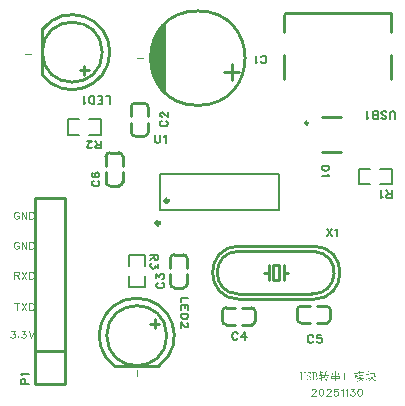
<source format=gto>
G04 Layer: TopSilkscreenLayer*
G04 EasyEDA Pro v2.2.43.4, 2025-11-30 18:35:17*
G04 Gerber Generator version 0.3*
G04 Scale: 100 percent, Rotated: No, Reflected: No*
G04 Dimensions in millimeters*
G04 Leading zeros omitted, absolute positions, 4 integers and 5 decimals*
G04 Generated by custom config*
%FSLAX45Y45*%
%MOMM*%
%ADD10C,0.1524*%
%ADD11C,0.1*%
%ADD12C,0.254*%
%ADD13C,0.3*%
%ADD14C,0.1207*%
G75*


G04 Text Start*
G54D10*
G01X2485898Y-739140D02*
G01X2488946Y-745490D01*
G01X2495296Y-751586D01*
G01X2501392Y-754634D01*
G01X2513838Y-754634D01*
G01X2519934Y-751586D01*
G01X2526284Y-745490D01*
G01X2529332Y-739140D01*
G01X2532380Y-729996D01*
G01X2532380Y-714502D01*
G01X2529332Y-705104D01*
G01X2526284Y-699008D01*
G01X2519934Y-692658D01*
G01X2513838Y-689610D01*
G01X2501392Y-689610D01*
G01X2495296Y-692658D01*
G01X2488946Y-699008D01*
G01X2485898Y-705104D01*
G01X2455672Y-742188D02*
G01X2449576Y-745490D01*
G01X2440432Y-754634D01*
G01X2440432Y-689610D01*
G01X1648460Y-1241298D02*
G01X1642110Y-1244346D01*
G01X1636014Y-1250696D01*
G01X1632966Y-1256792D01*
G01X1632966Y-1269238D01*
G01X1636014Y-1275334D01*
G01X1642110Y-1281684D01*
G01X1648460Y-1284732D01*
G01X1657604Y-1287780D01*
G01X1673098Y-1287780D01*
G01X1682496Y-1284732D01*
G01X1688592Y-1281684D01*
G01X1694942Y-1275334D01*
G01X1697990Y-1269238D01*
G01X1697990Y-1256792D01*
G01X1694942Y-1250696D01*
G01X1688592Y-1244346D01*
G01X1682496Y-1241298D01*
G01X1648460Y-1208024D02*
G01X1645412Y-1208024D01*
G01X1639062Y-1204976D01*
G01X1636014Y-1201928D01*
G01X1632966Y-1195832D01*
G01X1632966Y-1183386D01*
G01X1636014Y-1177036D01*
G01X1639062Y-1173988D01*
G01X1645412Y-1170940D01*
G01X1651508Y-1170940D01*
G01X1657604Y-1173988D01*
G01X1667002Y-1180338D01*
G01X1697990Y-1211072D01*
G01X1697990Y-1167892D01*
G01X1615549Y-2612189D02*
G01X1609199Y-2615237D01*
G01X1603103Y-2621587D01*
G01X1600055Y-2627683D01*
G01X1600055Y-2640129D01*
G01X1603103Y-2646225D01*
G01X1609199Y-2652575D01*
G01X1615549Y-2655623D01*
G01X1624693Y-2658671D01*
G01X1640187Y-2658671D01*
G01X1649585Y-2655623D01*
G01X1655681Y-2652575D01*
G01X1662031Y-2646225D01*
G01X1665079Y-2640129D01*
G01X1665079Y-2627683D01*
G01X1662031Y-2621587D01*
G01X1655681Y-2615237D01*
G01X1649585Y-2612189D01*
G01X1600055Y-2575867D02*
G01X1600055Y-2541831D01*
G01X1624693Y-2560373D01*
G01X1624693Y-2551229D01*
G01X1627741Y-2544879D01*
G01X1631043Y-2541831D01*
G01X1640187Y-2538783D01*
G01X1646537Y-2538783D01*
G01X1655681Y-2541831D01*
G01X1662031Y-2547927D01*
G01X1665079Y-2557325D01*
G01X1665079Y-2566723D01*
G01X1662031Y-2575867D01*
G01X1658729Y-2578915D01*
G01X1652633Y-2581963D01*
G01X3066034Y-1620520D02*
G01X3001010Y-1620520D01*
G01X3066034Y-1620520D02*
G01X3066034Y-1642110D01*
G01X3062986Y-1651508D01*
G01X3056890Y-1657604D01*
G01X3050540Y-1660652D01*
G01X3041396Y-1663954D01*
G01X3025902Y-1663954D01*
G01X3016504Y-1660652D01*
G01X3010408Y-1657604D01*
G01X3004058Y-1651508D01*
G01X3001010Y-1642110D01*
G01X3001010Y-1620520D01*
G01X3053588Y-1694180D02*
G01X3056890Y-1700276D01*
G01X3066034Y-1709420D01*
G01X3001010Y-1709420D01*
G01X1211580Y-1097534D02*
G01X1211580Y-1032510D01*
G01X1211580Y-1032510D02*
G01X1174496Y-1032510D01*
G01X1144270Y-1097534D02*
G01X1144270Y-1032510D01*
G01X1144270Y-1097534D02*
G01X1104138Y-1097534D01*
G01X1144270Y-1066546D02*
G01X1119632Y-1066546D01*
G01X1144270Y-1032510D02*
G01X1104138Y-1032510D01*
G01X1073912Y-1097534D02*
G01X1073912Y-1032510D01*
G01X1073912Y-1097534D02*
G01X1052322Y-1097534D01*
G01X1043178Y-1094486D01*
G01X1036828Y-1088390D01*
G01X1033780Y-1082040D01*
G01X1030732Y-1072896D01*
G01X1030732Y-1057402D01*
G01X1033780Y-1048004D01*
G01X1036828Y-1041908D01*
G01X1043178Y-1035558D01*
G01X1052322Y-1032510D01*
G01X1073912Y-1032510D01*
G01X1000506Y-1085088D02*
G01X994410Y-1088390D01*
G01X985266Y-1097534D01*
G01X985266Y-1032510D01*
G01X1872234Y-2738120D02*
G01X1807210Y-2738120D01*
G01X1807210Y-2738120D02*
G01X1807210Y-2775204D01*
G01X1872234Y-2805430D02*
G01X1807210Y-2805430D01*
G01X1872234Y-2805430D02*
G01X1872234Y-2845562D01*
G01X1841246Y-2805430D02*
G01X1841246Y-2830068D01*
G01X1807210Y-2805430D02*
G01X1807210Y-2845562D01*
G01X1872234Y-2875788D02*
G01X1807210Y-2875788D01*
G01X1872234Y-2875788D02*
G01X1872234Y-2897378D01*
G01X1869186Y-2906522D01*
G01X1863090Y-2912872D01*
G01X1856740Y-2915920D01*
G01X1847596Y-2918968D01*
G01X1832102Y-2918968D01*
G01X1822704Y-2915920D01*
G01X1816608Y-2912872D01*
G01X1810258Y-2906522D01*
G01X1807210Y-2897378D01*
G01X1807210Y-2875788D01*
G01X1856740Y-2952242D02*
G01X1859788Y-2952242D01*
G01X1866138Y-2955290D01*
G01X1869186Y-2958338D01*
G01X1872234Y-2964434D01*
G01X1872234Y-2976880D01*
G01X1869186Y-2983230D01*
G01X1866138Y-2986278D01*
G01X1859788Y-2989326D01*
G01X1853692Y-2989326D01*
G01X1847596Y-2986278D01*
G01X1838198Y-2979928D01*
G01X1807210Y-2949194D01*
G01X1807210Y-2992374D01*
G01X453868Y-3471779D02*
G01X518892Y-3471779D01*
G01X453868Y-3471779D02*
G01X453868Y-3443839D01*
G01X456916Y-3434695D01*
G01X459964Y-3431647D01*
G01X466314Y-3428345D01*
G01X475458Y-3428345D01*
G01X481554Y-3431647D01*
G01X484856Y-3434695D01*
G01X487904Y-3443839D01*
G01X487904Y-3471779D01*
G01X466314Y-3398119D02*
G01X463012Y-3392023D01*
G01X453868Y-3382879D01*
G01X518892Y-3382879D01*
G01X3592909Y-1895114D02*
G01X3592909Y-1830090D01*
G01X3592909Y-1895114D02*
G01X3564969Y-1895114D01*
G01X3555825Y-1892066D01*
G01X3552777Y-1889018D01*
G01X3549475Y-1882668D01*
G01X3549475Y-1876572D01*
G01X3552777Y-1870476D01*
G01X3555825Y-1867428D01*
G01X3564969Y-1864126D01*
G01X3592909Y-1864126D01*
G01X3571319Y-1864126D02*
G01X3549475Y-1830090D01*
G01X3519249Y-1882668D02*
G01X3513153Y-1885970D01*
G01X3504009Y-1895114D01*
G01X3504009Y-1830090D01*
G01X1129109Y-1476014D02*
G01X1129109Y-1410990D01*
G01X1129109Y-1476014D02*
G01X1101169Y-1476014D01*
G01X1092025Y-1472966D01*
G01X1088977Y-1469918D01*
G01X1085675Y-1463568D01*
G01X1085675Y-1457472D01*
G01X1088977Y-1451376D01*
G01X1092025Y-1448328D01*
G01X1101169Y-1445026D01*
G01X1129109Y-1445026D01*
G01X1107519Y-1445026D02*
G01X1085675Y-1410990D01*
G01X1052401Y-1460520D02*
G01X1052401Y-1463568D01*
G01X1049353Y-1469918D01*
G01X1046305Y-1472966D01*
G01X1040209Y-1476014D01*
G01X1027763Y-1476014D01*
G01X1021413Y-1472966D01*
G01X1018365Y-1469918D01*
G01X1015317Y-1463568D01*
G01X1015317Y-1457472D01*
G01X1018365Y-1451376D01*
G01X1024715Y-1441978D01*
G01X1055449Y-1410990D01*
G01X1012269Y-1410990D01*
G01X1615714Y-2376091D02*
G01X1550690Y-2376091D01*
G01X1615714Y-2376091D02*
G01X1615714Y-2404031D01*
G01X1612666Y-2413175D01*
G01X1609618Y-2416223D01*
G01X1603268Y-2419525D01*
G01X1597172Y-2419525D01*
G01X1591076Y-2416223D01*
G01X1588028Y-2413175D01*
G01X1584726Y-2404031D01*
G01X1584726Y-2376091D01*
G01X1584726Y-2397681D02*
G01X1550690Y-2419525D01*
G01X1615714Y-2455847D02*
G01X1615714Y-2489883D01*
G01X1591076Y-2471341D01*
G01X1591076Y-2480485D01*
G01X1588028Y-2486835D01*
G01X1584726Y-2489883D01*
G01X1575582Y-2492931D01*
G01X1569232Y-2492931D01*
G01X1560088Y-2489883D01*
G01X1553738Y-2483787D01*
G01X1550690Y-2474389D01*
G01X1550690Y-2464991D01*
G01X1553738Y-2455847D01*
G01X1557040Y-2452799D01*
G01X1563136Y-2449751D01*
G01X3622032Y-1225192D02*
G01X3622032Y-1178710D01*
G01X3618984Y-1169566D01*
G01X3612634Y-1163216D01*
G01X3603490Y-1160168D01*
G01X3597140Y-1160168D01*
G01X3587996Y-1163216D01*
G01X3581900Y-1169566D01*
G01X3578598Y-1178710D01*
G01X3578598Y-1225192D01*
G01X3505192Y-1216048D02*
G01X3511288Y-1222144D01*
G01X3520686Y-1225192D01*
G01X3533132Y-1225192D01*
G01X3542276Y-1222144D01*
G01X3548372Y-1216048D01*
G01X3548372Y-1209698D01*
G01X3545324Y-1203602D01*
G01X3542276Y-1200554D01*
G01X3536180Y-1197506D01*
G01X3517638Y-1191156D01*
G01X3511288Y-1188108D01*
G01X3508240Y-1185060D01*
G01X3505192Y-1178710D01*
G01X3505192Y-1169566D01*
G01X3511288Y-1163216D01*
G01X3520686Y-1160168D01*
G01X3533132Y-1160168D01*
G01X3542276Y-1163216D01*
G01X3548372Y-1169566D01*
G01X3474966Y-1225192D02*
G01X3474966Y-1160168D01*
G01X3474966Y-1225192D02*
G01X3447280Y-1225192D01*
G01X3437882Y-1222144D01*
G01X3434834Y-1219096D01*
G01X3431786Y-1212746D01*
G01X3431786Y-1206650D01*
G01X3434834Y-1200554D01*
G01X3437882Y-1197506D01*
G01X3447280Y-1194204D01*
G01X3474966Y-1194204D02*
G01X3447280Y-1194204D01*
G01X3437882Y-1191156D01*
G01X3434834Y-1188108D01*
G01X3431786Y-1182012D01*
G01X3431786Y-1172614D01*
G01X3434834Y-1166518D01*
G01X3437882Y-1163216D01*
G01X3447280Y-1160168D01*
G01X3474966Y-1160168D01*
G01X3401560Y-1212746D02*
G01X3395464Y-1216048D01*
G01X3386320Y-1225192D01*
G01X3386320Y-1160168D01*
G01X1069449Y-1748589D02*
G01X1063099Y-1751637D01*
G01X1057003Y-1757987D01*
G01X1053955Y-1764083D01*
G01X1053955Y-1776529D01*
G01X1057003Y-1782625D01*
G01X1063099Y-1788975D01*
G01X1069449Y-1792023D01*
G01X1078593Y-1795071D01*
G01X1094087Y-1795071D01*
G01X1103485Y-1792023D01*
G01X1109581Y-1788975D01*
G01X1115931Y-1782625D01*
G01X1118979Y-1776529D01*
G01X1118979Y-1764083D01*
G01X1115931Y-1757987D01*
G01X1109581Y-1751637D01*
G01X1103485Y-1748589D01*
G01X1063099Y-1681279D02*
G01X1057003Y-1684327D01*
G01X1053955Y-1693725D01*
G01X1053955Y-1699821D01*
G01X1057003Y-1709219D01*
G01X1066401Y-1715315D01*
G01X1081641Y-1718363D01*
G01X1097135Y-1718363D01*
G01X1109581Y-1715315D01*
G01X1115931Y-1709219D01*
G01X1118979Y-1699821D01*
G01X1118979Y-1696773D01*
G01X1115931Y-1687629D01*
G01X1109581Y-1681279D01*
G01X1100437Y-1678231D01*
G01X1097135Y-1678231D01*
G01X1087991Y-1681279D01*
G01X1081641Y-1687629D01*
G01X1078593Y-1696773D01*
G01X1078593Y-1699821D01*
G01X1081641Y-1709219D01*
G01X1087991Y-1715315D01*
G01X1097135Y-1718363D01*
G01X2289302Y-3045460D02*
G01X2286254Y-3039110D01*
G01X2279904Y-3033014D01*
G01X2273808Y-3029966D01*
G01X2261362Y-3029966D01*
G01X2255266Y-3033014D01*
G01X2248916Y-3039110D01*
G01X2245868Y-3045460D01*
G01X2242820Y-3054604D01*
G01X2242820Y-3070098D01*
G01X2245868Y-3079496D01*
G01X2248916Y-3085592D01*
G01X2255266Y-3091942D01*
G01X2261362Y-3094990D01*
G01X2273808Y-3094990D01*
G01X2279904Y-3091942D01*
G01X2286254Y-3085592D01*
G01X2289302Y-3079496D01*
G01X2350262Y-3029966D02*
G01X2319528Y-3073146D01*
G01X2365756Y-3073146D01*
G01X2350262Y-3029966D02*
G01X2350262Y-3094990D01*
G01X2928874Y-3070860D02*
G01X2925826Y-3064510D01*
G01X2919476Y-3058414D01*
G01X2913380Y-3055366D01*
G01X2900934Y-3055366D01*
G01X2894838Y-3058414D01*
G01X2888488Y-3064510D01*
G01X2885440Y-3070860D01*
G01X2882392Y-3080004D01*
G01X2882392Y-3095498D01*
G01X2885440Y-3104896D01*
G01X2888488Y-3110992D01*
G01X2894838Y-3117342D01*
G01X2900934Y-3120390D01*
G01X2913380Y-3120390D01*
G01X2919476Y-3117342D01*
G01X2925826Y-3110992D01*
G01X2928874Y-3104896D01*
G01X2996184Y-3055366D02*
G01X2965196Y-3055366D01*
G01X2962148Y-3083052D01*
G01X2965196Y-3080004D01*
G01X2974340Y-3076956D01*
G01X2983738Y-3076956D01*
G01X2993136Y-3080004D01*
G01X2999232Y-3086354D01*
G01X3002280Y-3095498D01*
G01X3002280Y-3101848D01*
G01X2999232Y-3110992D01*
G01X2993136Y-3117342D01*
G01X2983738Y-3120390D01*
G01X2974340Y-3120390D01*
G01X2965196Y-3117342D01*
G01X2962148Y-3114040D01*
G01X2959100Y-3107944D01*
G01X3042920Y-2153666D02*
G01X3086354Y-2218690D01*
G01X3086354Y-2153666D02*
G01X3042920Y-2218690D01*
G01X3116580Y-2166112D02*
G01X3122676Y-2162810D01*
G01X3131820Y-2153666D01*
G01X3131820Y-2218690D01*
G01X1590509Y-1362459D02*
G01X1590509Y-1408941D01*
G01X1593557Y-1418085D01*
G01X1599907Y-1424435D01*
G01X1609051Y-1427483D01*
G01X1615401Y-1427483D01*
G01X1624545Y-1424435D01*
G01X1630641Y-1418085D01*
G01X1633943Y-1408941D01*
G01X1633943Y-1362459D01*
G01X1664169Y-1374905D02*
G01X1670265Y-1371603D01*
G01X1679409Y-1362459D01*
G01X1679409Y-1427483D01*
G54D11*
G01X438150Y-2025904D02*
G01X435356Y-2020062D01*
G01X429768Y-2014474D01*
G01X423926Y-2011680D01*
G01X412750Y-2011680D01*
G01X407162Y-2014474D01*
G01X401574Y-2020062D01*
G01X398780Y-2025904D01*
G01X395986Y-2034286D01*
G01X395986Y-2048256D01*
G01X398780Y-2056638D01*
G01X401574Y-2062480D01*
G01X407162Y-2068068D01*
G01X412750Y-2070862D01*
G01X423926Y-2070862D01*
G01X429768Y-2068068D01*
G01X435356Y-2062480D01*
G01X438150Y-2056638D01*
G01X438150Y-2048256D01*
G01X423926Y-2048256D02*
G01X438150Y-2048256D01*
G01X461772Y-2011680D02*
G01X461772Y-2070862D01*
G01X461772Y-2011680D02*
G01X501142Y-2070862D01*
G01X501142Y-2011680D02*
G01X501142Y-2070862D01*
G01X524764Y-2011680D02*
G01X524764Y-2070862D01*
G01X524764Y-2011680D02*
G01X544322Y-2011680D01*
G01X552704Y-2014474D01*
G01X558292Y-2020062D01*
G01X561086Y-2025904D01*
G01X564134Y-2034286D01*
G01X564134Y-2048256D01*
G01X561086Y-2056638D01*
G01X558292Y-2062480D01*
G01X552704Y-2068068D01*
G01X544322Y-2070862D01*
G01X524764Y-2070862D01*
G01X438150Y-2279904D02*
G01X435356Y-2274062D01*
G01X429768Y-2268474D01*
G01X423926Y-2265680D01*
G01X412750Y-2265680D01*
G01X407162Y-2268474D01*
G01X401574Y-2274062D01*
G01X398780Y-2279904D01*
G01X395986Y-2288286D01*
G01X395986Y-2302256D01*
G01X398780Y-2310638D01*
G01X401574Y-2316480D01*
G01X407162Y-2322068D01*
G01X412750Y-2324862D01*
G01X423926Y-2324862D01*
G01X429768Y-2322068D01*
G01X435356Y-2316480D01*
G01X438150Y-2310638D01*
G01X438150Y-2302256D01*
G01X423926Y-2302256D02*
G01X438150Y-2302256D01*
G01X461772Y-2265680D02*
G01X461772Y-2324862D01*
G01X461772Y-2265680D02*
G01X501142Y-2324862D01*
G01X501142Y-2265680D02*
G01X501142Y-2324862D01*
G01X524764Y-2265680D02*
G01X524764Y-2324862D01*
G01X524764Y-2265680D02*
G01X544322Y-2265680D01*
G01X552704Y-2268474D01*
G01X558292Y-2274062D01*
G01X561086Y-2279904D01*
G01X564134Y-2288286D01*
G01X564134Y-2302256D01*
G01X561086Y-2310638D01*
G01X558292Y-2316480D01*
G01X552704Y-2322068D01*
G01X544322Y-2324862D01*
G01X524764Y-2324862D01*
G01X398780Y-2519680D02*
G01X398780Y-2578862D01*
G01X398780Y-2519680D02*
G01X423926Y-2519680D01*
G01X432562Y-2522474D01*
G01X435356Y-2525268D01*
G01X438150Y-2531110D01*
G01X438150Y-2536698D01*
G01X435356Y-2542286D01*
G01X432562Y-2545080D01*
G01X423926Y-2547874D01*
G01X398780Y-2547874D01*
G01X418338Y-2547874D02*
G01X438150Y-2578862D01*
G01X461772Y-2519680D02*
G01X501142Y-2578862D01*
G01X501142Y-2519680D02*
G01X461772Y-2578862D01*
G01X524764Y-2519680D02*
G01X524764Y-2578862D01*
G01X524764Y-2519680D02*
G01X544322Y-2519680D01*
G01X552704Y-2522474D01*
G01X558292Y-2528062D01*
G01X561086Y-2533904D01*
G01X564134Y-2542286D01*
G01X564134Y-2556256D01*
G01X561086Y-2564638D01*
G01X558292Y-2570480D01*
G01X552704Y-2576068D01*
G01X544322Y-2578862D01*
G01X524764Y-2578862D01*
G01X418338Y-2786380D02*
G01X418338Y-2845562D01*
G01X398780Y-2786380D02*
G01X438150Y-2786380D01*
G01X461772Y-2786380D02*
G01X501142Y-2845562D01*
G01X501142Y-2786380D02*
G01X461772Y-2845562D01*
G01X524764Y-2786380D02*
G01X524764Y-2845562D01*
G01X524764Y-2786380D02*
G01X544322Y-2786380D01*
G01X552704Y-2789174D01*
G01X558292Y-2794762D01*
G01X561086Y-2800604D01*
G01X564134Y-2808986D01*
G01X564134Y-2822956D01*
G01X561086Y-2831338D01*
G01X558292Y-2837180D01*
G01X552704Y-2842768D01*
G01X544322Y-2845562D01*
G01X524764Y-2845562D01*
G01X369570Y-3020055D02*
G01X400558Y-3020055D01*
G01X383540Y-3042661D01*
G01X391922Y-3042661D01*
G01X397764Y-3045455D01*
G01X400558Y-3048249D01*
G01X403352Y-3056631D01*
G01X403352Y-3062219D01*
G01X400558Y-3070855D01*
G01X394716Y-3076443D01*
G01X386334Y-3079237D01*
G01X377952Y-3079237D01*
G01X369570Y-3076443D01*
G01X366776Y-3073649D01*
G01X363982Y-3068061D01*
G01X429768Y-3065013D02*
G01X426974Y-3068061D01*
G01X429768Y-3070855D01*
G01X432562Y-3068061D01*
G01X429768Y-3065013D01*
G01X461772Y-3020055D02*
G01X492506Y-3020055D01*
G01X475742Y-3042661D01*
G01X484124Y-3042661D01*
G01X489712Y-3045455D01*
G01X492506Y-3048249D01*
G01X495554Y-3056631D01*
G01X495554Y-3062219D01*
G01X492506Y-3070855D01*
G01X486918Y-3076443D01*
G01X478536Y-3079237D01*
G01X470154Y-3079237D01*
G01X461772Y-3076443D01*
G01X458978Y-3073649D01*
G01X456184Y-3068061D01*
G01X519176Y-3020055D02*
G01X541528Y-3079237D01*
G01X564134Y-3020055D02*
G01X541528Y-3079237D01*
G36*
G01X3377885Y-3435309D02*
G01X3377431Y-3434551D01*
G01X3376673Y-3433339D01*
G01X3374855Y-3429703D01*
G01X3374249Y-3428642D01*
G01X3373794Y-3427733D01*
G01X3373984Y-3427241D01*
G01X3374855Y-3426976D01*
G01X3376825Y-3426673D01*
G01X3378643Y-3426370D01*
G01X3380158Y-3426067D01*
G01X3383794Y-3425461D01*
G01X3386825Y-3424854D01*
G01X3388188Y-3424703D01*
G01X3389097Y-3424703D01*
G01X3389097Y-3390764D01*
G01X3387885Y-3390764D01*
G01X3386219Y-3390915D01*
G01X3384400Y-3391067D01*
G01X3381673Y-3391218D01*
G01X3379552Y-3391521D01*
G01X3378037Y-3391824D01*
G01X3376825Y-3391824D01*
G01X3375916Y-3391370D01*
G01X3373643Y-3389097D01*
G01X3375385Y-3388756D01*
G01X3381219Y-3388642D01*
G01X3389097Y-3388642D01*
G01X3389097Y-3376370D01*
G01X3388946Y-3363642D01*
G01X3388794Y-3361218D01*
G01X3388908Y-3359816D01*
G01X3389249Y-3359552D01*
G01X3391976Y-3360764D01*
G01X3394097Y-3361673D01*
G01X3396825Y-3362885D01*
G01X3397885Y-3363339D01*
G01X3398264Y-3363491D01*
G01X3398151Y-3363718D01*
G01X3397582Y-3364249D01*
G01X3396067Y-3365461D01*
G01X3395158Y-3366218D01*
G01X3394703Y-3369211D01*
G01X3394552Y-3377582D01*
G01X3394552Y-3388642D01*
G01X3396976Y-3388642D01*
G01X3399855Y-3388491D01*
G01X3400764Y-3388036D01*
G01X3404552Y-3384249D01*
G01X3404855Y-3384021D01*
G01X3405158Y-3384249D01*
G01X3411218Y-3390309D01*
G01X3409325Y-3390650D01*
G01X3403037Y-3390764D01*
G01X3394552Y-3390764D01*
G01X3394552Y-3406370D01*
G01X3394703Y-3422430D01*
G01X3394931Y-3422733D01*
G01X3395309Y-3422733D01*
G01X3396825Y-3422430D01*
G01X3398946Y-3421976D01*
G01X3400461Y-3421521D01*
G01X3401976Y-3421218D01*
G01X3404097Y-3420764D01*
G01X3407128Y-3420006D01*
G01X3408643Y-3419703D01*
G01X3410764Y-3419248D01*
G01X3411825Y-3418945D01*
G01X3411976Y-3419703D01*
G01X3411976Y-3420347D01*
G01X3411673Y-3420764D01*
G01X3410461Y-3421218D01*
G01X3409097Y-3421673D01*
G01X3407582Y-3422279D01*
G01X3403037Y-3423794D01*
G01X3398037Y-3425612D01*
G01X3396825Y-3426067D01*
G01X3395764Y-3426370D01*
G01X3394552Y-3426824D01*
G01X3386976Y-3429854D01*
G01X3385309Y-3430460D01*
G01X3381370Y-3432430D01*
G01X3380158Y-3433188D01*
G01X3379249Y-3433794D01*
G01X3378340Y-3434703D01*
G01X3377885Y-3435309D01*
G37*
G36*
G01X3390915Y-3449551D02*
G01X3389703Y-3449551D01*
G01X3389097Y-3448794D01*
G01X3389060Y-3448377D01*
G01X3389552Y-3448036D01*
G01X3390764Y-3447430D01*
G01X3393491Y-3446218D01*
G01X3398643Y-3443642D01*
G01X3399855Y-3442885D01*
G01X3400915Y-3442279D01*
G01X3402128Y-3441521D01*
G01X3404855Y-3439703D01*
G01X3405915Y-3438945D01*
G01X3406673Y-3438339D01*
G01X3407582Y-3437733D01*
G01X3408491Y-3436976D01*
G01X3410006Y-3435764D01*
G01X3412279Y-3433491D01*
G01X3413491Y-3431976D01*
G01X3414249Y-3431218D01*
G01X3415158Y-3430006D01*
G01X3416218Y-3428491D01*
G01X3417128Y-3427127D01*
G01X3417885Y-3425764D01*
G01X3418491Y-3424551D01*
G01X3419097Y-3423188D01*
G01X3420309Y-3420157D01*
G01X3420915Y-3418188D01*
G01X3421370Y-3416673D01*
G01X3421976Y-3413945D01*
G01X3422279Y-3412279D01*
G01X3422431Y-3411067D01*
G01X3417582Y-3411067D01*
G01X3412279Y-3411218D01*
G01X3410309Y-3411370D01*
G01X3407734Y-3411521D01*
G01X3405612Y-3411824D01*
G01X3404097Y-3412127D01*
G01X3403188Y-3412127D01*
G01X3402279Y-3411673D01*
G01X3400006Y-3409400D01*
G01X3402658Y-3409059D01*
G01X3411218Y-3408945D01*
G01X3419855Y-3408794D01*
G01X3422734Y-3408339D01*
G01X3422820Y-3407733D01*
G01X3428188Y-3407733D01*
G01X3428340Y-3408794D01*
G01X3437127Y-3408945D01*
G01X3445764Y-3408945D01*
G01X3445764Y-3383188D01*
G01X3429097Y-3383188D01*
G01X3429097Y-3386218D01*
G01X3428946Y-3389703D01*
G01X3428643Y-3400006D01*
G01X3428340Y-3406370D01*
G01X3428188Y-3407733D01*
G01X3428188Y-3407733D01*
G01X3422820Y-3407733D01*
G01X3422885Y-3407279D01*
G01X3423188Y-3401521D01*
G01X3423491Y-3390915D01*
G01X3423643Y-3386824D01*
G01X3423643Y-3383188D01*
G01X3419703Y-3383188D01*
G01X3415309Y-3383339D01*
G01X3413188Y-3383642D01*
G01X3411673Y-3383945D01*
G01X3410158Y-3383945D01*
G01X3409249Y-3383491D01*
G01X3406976Y-3381218D01*
G01X3408870Y-3380877D01*
G01X3415158Y-3380764D01*
G01X3423643Y-3380764D01*
G01X3423643Y-3376218D01*
G01X3423491Y-3371218D01*
G01X3423340Y-3364400D01*
G01X3423340Y-3358036D01*
G01X3425158Y-3358945D01*
G01X3427582Y-3359855D01*
G01X3429097Y-3360461D01*
G01X3430764Y-3361067D01*
G01X3432279Y-3361673D01*
G01X3433037Y-3362127D01*
G01X3432279Y-3362733D01*
G01X3430764Y-3363794D01*
G01X3429552Y-3364552D01*
G01X3429211Y-3366673D01*
G01X3429097Y-3372733D01*
G01X3429097Y-3380764D01*
G01X3436976Y-3380764D01*
G01X3442999Y-3380650D01*
G01X3445309Y-3380309D01*
G01X3446067Y-3379400D01*
G01X3446673Y-3378642D01*
G01X3447431Y-3377582D01*
G01X3448188Y-3376824D01*
G01X3448946Y-3377127D01*
G01X3451370Y-3378945D01*
G01X3452885Y-3380158D01*
G01X3454097Y-3381067D01*
G01X3454855Y-3381673D01*
G01X3454097Y-3382127D01*
G01X3451976Y-3383945D01*
G01X3451218Y-3384400D01*
G01X3451218Y-3408945D01*
G01X3451976Y-3408945D01*
G01X3453037Y-3408642D01*
G01X3453794Y-3408036D01*
G01X3457582Y-3404248D01*
G01X3457885Y-3403983D01*
G01X3458188Y-3404097D01*
G01X3458946Y-3404703D01*
G01X3464855Y-3410612D01*
G01X3461029Y-3410953D01*
G01X3448946Y-3411067D01*
G01X3432734Y-3411067D01*
G01X3432885Y-3411824D01*
G01X3433340Y-3413188D01*
G01X3433946Y-3414703D01*
G01X3434552Y-3416067D01*
G01X3435158Y-3417279D01*
G01X3435764Y-3418642D01*
G01X3436370Y-3419854D01*
G01X3437582Y-3421976D01*
G01X3438340Y-3423188D01*
G01X3439249Y-3424551D01*
G01X3440006Y-3425612D01*
G01X3440612Y-3426521D01*
G01X3441370Y-3427430D01*
G01X3443188Y-3429551D01*
G01X3443946Y-3430309D01*
G01X3444703Y-3431218D01*
G01X3445461Y-3431976D01*
G01X3446218Y-3432582D01*
G01X3446976Y-3433339D01*
G01X3448491Y-3434551D01*
G01X3449249Y-3435309D01*
G01X3450309Y-3436067D01*
G01X3451673Y-3436976D01*
G01X3453188Y-3437885D01*
G01X3454400Y-3438642D01*
G01X3455612Y-3439248D01*
G01X3458340Y-3440460D01*
G01X3460006Y-3441067D01*
G01X3463188Y-3442127D01*
G01X3464249Y-3442279D01*
G01X3464703Y-3442468D01*
G01X3464855Y-3443036D01*
G01X3464741Y-3443642D01*
G01X3464400Y-3443945D01*
G01X3460764Y-3444854D01*
G01X3459552Y-3445309D01*
G01X3458643Y-3445764D01*
G01X3457885Y-3446370D01*
G01X3457128Y-3447127D01*
G01X3456370Y-3448188D01*
G01X3456067Y-3448945D01*
G01X3455309Y-3448491D01*
G01X3454249Y-3447733D01*
G01X3453491Y-3447279D01*
G01X3452734Y-3446673D01*
G01X3450915Y-3445157D01*
G01X3449855Y-3444097D01*
G01X3448643Y-3443188D01*
G01X3444855Y-3439400D01*
G01X3444249Y-3438642D01*
G01X3443340Y-3437582D01*
G01X3442128Y-3436067D01*
G01X3440309Y-3433642D01*
G01X3439249Y-3432127D01*
G01X3438491Y-3430915D01*
G01X3437885Y-3429854D01*
G01X3437279Y-3428945D01*
G01X3436673Y-3427885D01*
G01X3434249Y-3423036D01*
G01X3433643Y-3421673D01*
G01X3432734Y-3419248D01*
G01X3432128Y-3417582D01*
G01X3431521Y-3415461D01*
G01X3431067Y-3413945D01*
G01X3430764Y-3412279D01*
G01X3430612Y-3411067D01*
G01X3427885Y-3411067D01*
G01X3427734Y-3411824D01*
G01X3427431Y-3413036D01*
G01X3427279Y-3414097D01*
G01X3426976Y-3415764D01*
G01X3426521Y-3417279D01*
G01X3426218Y-3418491D01*
G01X3425764Y-3420157D01*
G01X3425158Y-3421976D01*
G01X3424552Y-3423491D01*
G01X3423946Y-3424854D01*
G01X3422734Y-3427279D01*
G01X3421976Y-3428642D01*
G01X3421067Y-3430006D01*
G01X3420006Y-3431521D01*
G01X3419097Y-3432733D01*
G01X3415309Y-3436521D01*
G01X3413037Y-3438339D01*
G01X3411976Y-3439097D01*
G01X3409249Y-3440915D01*
G01X3408037Y-3441673D01*
G01X3404855Y-3443491D01*
G01X3403643Y-3444097D01*
G01X3402582Y-3444703D01*
G01X3401370Y-3445309D01*
G01X3398643Y-3446521D01*
G01X3397128Y-3447127D01*
G01X3395764Y-3447733D01*
G01X3394249Y-3448339D01*
G01X3390915Y-3449551D01*
G37*
G36*
G01X2843794Y-3439248D02*
G01X2839855Y-3439097D01*
G01X2838491Y-3438642D01*
G01X2836976Y-3438188D01*
G01X2835612Y-3437733D01*
G01X2834400Y-3437127D01*
G01X2833036Y-3436370D01*
G01X2831824Y-3435612D01*
G01X2830915Y-3434854D01*
G01X2829400Y-3433339D01*
G01X2828643Y-3432279D01*
G01X2827885Y-3430915D01*
G01X2827279Y-3429551D01*
G01X2826824Y-3428036D01*
G01X2826521Y-3426673D01*
G01X2826370Y-3401673D01*
G01X2826067Y-3376067D01*
G01X2825650Y-3375158D01*
G01X2825006Y-3374552D01*
G01X2824021Y-3374211D01*
G01X2822582Y-3374097D01*
G01X2820915Y-3374097D01*
G01X2820915Y-3371673D01*
G01X2837885Y-3371673D01*
G01X2837885Y-3374097D01*
G01X2836673Y-3374097D01*
G01X2834552Y-3374400D01*
G01X2833340Y-3375006D01*
G01X2832733Y-3375915D01*
G01X2832430Y-3400309D01*
G01X2832582Y-3424551D01*
G01X2832733Y-3425612D01*
G01X2832885Y-3427279D01*
G01X2833340Y-3429248D01*
G01X2833946Y-3430915D01*
G01X2834552Y-3431976D01*
G01X2835158Y-3432733D01*
G01X2836218Y-3433794D01*
G01X2837430Y-3434551D01*
G01X2838340Y-3435006D01*
G01X2839855Y-3435612D01*
G01X2841370Y-3436067D01*
G01X2843340Y-3436218D01*
G01X2846218Y-3436067D01*
G01X2848643Y-3435612D01*
G01X2850461Y-3435006D01*
G01X2851976Y-3434248D01*
G01X2853491Y-3433188D01*
G01X2854703Y-3432279D01*
G01X2855461Y-3431521D01*
G01X2856370Y-3430309D01*
G01X2857279Y-3428794D01*
G01X2857885Y-3427430D01*
G01X2858339Y-3425915D01*
G01X2858642Y-3424551D01*
G01X2858794Y-3400612D01*
G01X2858491Y-3376067D01*
G01X2858074Y-3375158D01*
G01X2857430Y-3374552D01*
G01X2856370Y-3374211D01*
G01X2854703Y-3374097D01*
G01X2852733Y-3374097D01*
G01X2852733Y-3371673D01*
G01X2866976Y-3371673D01*
G01X2866976Y-3374097D01*
G01X2865612Y-3374097D01*
G01X2863794Y-3374249D01*
G01X2862582Y-3374703D01*
G01X2861521Y-3375461D01*
G01X2861067Y-3376370D01*
G01X2860915Y-3400612D01*
G01X2860764Y-3425157D01*
G01X2860461Y-3426673D01*
G01X2860158Y-3427885D01*
G01X2859703Y-3429248D01*
G01X2859097Y-3430612D01*
G01X2858339Y-3431824D01*
G01X2857582Y-3432885D01*
G01X2856976Y-3433642D01*
G01X2855915Y-3434703D01*
G01X2854703Y-3435612D01*
G01X2853946Y-3436218D01*
G01X2853036Y-3436824D01*
G01X2851976Y-3437430D01*
G01X2850612Y-3438036D01*
G01X2847430Y-3439097D01*
G01X2843794Y-3439248D01*
G37*
G36*
G01X2920915Y-3438642D02*
G01X2920915Y-3436218D01*
G01X2923036Y-3436218D01*
G01X2925915Y-3435915D01*
G01X2926976Y-3435006D01*
G01X2927430Y-3433945D01*
G01X2927582Y-3405612D01*
G01X2927572Y-3403794D01*
G01X2933643Y-3403794D01*
G01X2933643Y-3418491D01*
G01X2933794Y-3433642D01*
G01X2934249Y-3434854D01*
G01X2934627Y-3435460D01*
G01X2935158Y-3435764D01*
G01X2935158Y-3435764D01*
G01X2935915Y-3436067D01*
G01X2941067Y-3436218D01*
G01X2946521Y-3436067D01*
G01X2948188Y-3435764D01*
G01X2949855Y-3435309D01*
G01X2952582Y-3433945D01*
G01X2953643Y-3433036D01*
G01X2955158Y-3431521D01*
G01X2955915Y-3430460D01*
G01X2956673Y-3429097D01*
G01X2957279Y-3427733D01*
G01X2957733Y-3426218D01*
G01X2958037Y-3424854D01*
G01X2958188Y-3420915D01*
G01X2958037Y-3416673D01*
G01X2957733Y-3415158D01*
G01X2957127Y-3412733D01*
G01X2956673Y-3411521D01*
G01X2956067Y-3410309D01*
G01X2955461Y-3409248D01*
G01X2954249Y-3407733D01*
G01X2953643Y-3407127D01*
G01X2952885Y-3406521D01*
G01X2951673Y-3405764D01*
G01X2950158Y-3405006D01*
G01X2948946Y-3404551D01*
G01X2946218Y-3403945D01*
G01X2939703Y-3403794D01*
G01X2933643Y-3403794D01*
G01X2927572Y-3403794D01*
G01X2927491Y-3388642D01*
G01X2933643Y-3388642D01*
G01X2933794Y-3401218D01*
G01X2939703Y-3401370D01*
G01X2946370Y-3401067D01*
G01X2947734Y-3400612D01*
G01X2948794Y-3400158D01*
G01X2949855Y-3399551D01*
G01X2950764Y-3398945D01*
G01X2952279Y-3397733D01*
G01X2953037Y-3396976D01*
G01X2953794Y-3395915D01*
G01X2954400Y-3394855D01*
G01X2954855Y-3393945D01*
G01X2955309Y-3392733D01*
G01X2955612Y-3391521D01*
G01X2955915Y-3389097D01*
G01X2956067Y-3387430D01*
G01X2955915Y-3385764D01*
G01X2955612Y-3383642D01*
G01X2955309Y-3382279D01*
G01X2954855Y-3380915D01*
G01X2954249Y-3379703D01*
G01X2953643Y-3378642D01*
G01X2953037Y-3377885D01*
G01X2952279Y-3377127D01*
G01X2951370Y-3376521D01*
G01X2950309Y-3375915D01*
G01X2948946Y-3375309D01*
G01X2947127Y-3374703D01*
G01X2945612Y-3374249D01*
G01X2940915Y-3374097D01*
G01X2935764Y-3374400D01*
G01X2934552Y-3375006D01*
G01X2933946Y-3375764D01*
G01X2933643Y-3388642D01*
G01X2933643Y-3388642D01*
G01X2927491Y-3388642D01*
G01X2927430Y-3377279D01*
G01X2927127Y-3375915D01*
G01X2926824Y-3375120D01*
G01X2926218Y-3374552D01*
G01X2925158Y-3374211D01*
G01X2923491Y-3374097D01*
G01X2921521Y-3374097D01*
G01X2921521Y-3371673D01*
G01X2933340Y-3371673D01*
G01X2945612Y-3371824D01*
G01X2948946Y-3372127D01*
G01X2950006Y-3372279D01*
G01X2951673Y-3372582D01*
G01X2953188Y-3373036D01*
G01X2954552Y-3373491D01*
G01X2956218Y-3374249D01*
G01X2958340Y-3375764D01*
G01X2959400Y-3376673D01*
G01X2960158Y-3377733D01*
G01X2960915Y-3378945D01*
G01X2961521Y-3380158D01*
G01X2961976Y-3381521D01*
G01X2962279Y-3382733D01*
G01X2962582Y-3386067D01*
G01X2962582Y-3386824D01*
G01X2962430Y-3388339D01*
G01X2962279Y-3390006D01*
G01X2961976Y-3391521D01*
G01X2961521Y-3393188D01*
G01X2960915Y-3394552D01*
G01X2960158Y-3396067D01*
G01X2959249Y-3397127D01*
G01X2958491Y-3397885D01*
G01X2957430Y-3398794D01*
G01X2956370Y-3399551D01*
G01X2955309Y-3400158D01*
G01X2954097Y-3400764D01*
G01X2951370Y-3401976D01*
G01X2951142Y-3402241D01*
G01X2951370Y-3402430D01*
G01X2952430Y-3402885D01*
G01X2953643Y-3403339D01*
G01X2955461Y-3404248D01*
G01X2956824Y-3404855D01*
G01X2958188Y-3405764D01*
G01X2959249Y-3406370D01*
G01X2960006Y-3406976D01*
G01X2961521Y-3408491D01*
G01X2962279Y-3409551D01*
G01X2963036Y-3410764D01*
G01X2963643Y-3411824D01*
G01X2964097Y-3412885D01*
G01X2964552Y-3414097D01*
G01X2965006Y-3415461D01*
G01X2965309Y-3416673D01*
G01X2965612Y-3419400D01*
G01X2965764Y-3421067D01*
G01X2965612Y-3423036D01*
G01X2965309Y-3424854D01*
G01X2964855Y-3426824D01*
G01X2964249Y-3428491D01*
G01X2963188Y-3430612D01*
G01X2962582Y-3431370D01*
G01X2961673Y-3432430D01*
G01X2960764Y-3433339D01*
G01X2960006Y-3433945D01*
G01X2958946Y-3434854D01*
G01X2957430Y-3435764D01*
G01X2956218Y-3436521D01*
G01X2955006Y-3436976D01*
G01X2953643Y-3437430D01*
G01X2951976Y-3437885D01*
G01X2950461Y-3438188D01*
G01X2947734Y-3438491D01*
G01X2934097Y-3438642D01*
G01X2920915Y-3438642D01*
G37*
G36*
G01X2876749Y-3439059D02*
G01X2876521Y-3438794D01*
G01X2876218Y-3436673D01*
G01X2875915Y-3435006D01*
G01X2875612Y-3433036D01*
G01X2873794Y-3422127D01*
G01X2873794Y-3420612D01*
G01X2874173Y-3420006D01*
G01X2875006Y-3419703D01*
G01X2876067Y-3419551D01*
G01X2876218Y-3420461D01*
G01X2876673Y-3421824D01*
G01X2877582Y-3424248D01*
G01X2878188Y-3425612D01*
G01X2878794Y-3426824D01*
G01X2880006Y-3428945D01*
G01X2880461Y-3429703D01*
G01X2881067Y-3430460D01*
G01X2883036Y-3432430D01*
G01X2884097Y-3433339D01*
G01X2885461Y-3434248D01*
G01X2886976Y-3435006D01*
G01X2888339Y-3435612D01*
G01X2889703Y-3436067D01*
G01X2891067Y-3436370D01*
G01X2893945Y-3436521D01*
G01X2897127Y-3436370D01*
G01X2898642Y-3436067D01*
G01X2900309Y-3435612D01*
G01X2901521Y-3435006D01*
G01X2902582Y-3434400D01*
G01X2903642Y-3433642D01*
G01X2904400Y-3432885D01*
G01X2905309Y-3431824D01*
G01X2906067Y-3430612D01*
G01X2906521Y-3429551D01*
G01X2906976Y-3428339D01*
G01X2907430Y-3426673D01*
G01X2907733Y-3425157D01*
G01X2907885Y-3423036D01*
G01X2907733Y-3420309D01*
G01X2907279Y-3418339D01*
G01X2906673Y-3417127D01*
G01X2906067Y-3416067D01*
G01X2905309Y-3415006D01*
G01X2904551Y-3414097D01*
G01X2903642Y-3413188D01*
G01X2902733Y-3412430D01*
G01X2901673Y-3411521D01*
G01X2900309Y-3410612D01*
G01X2899097Y-3409854D01*
G01X2898188Y-3409248D01*
G01X2897127Y-3408642D01*
G01X2892279Y-3406218D01*
G01X2890764Y-3405612D01*
G01X2884703Y-3402582D01*
G01X2882582Y-3401370D01*
G01X2881370Y-3400612D01*
G01X2880309Y-3399855D01*
G01X2879552Y-3399400D01*
G01X2878794Y-3398794D01*
G01X2877279Y-3397279D01*
G01X2876521Y-3396218D01*
G01X2875915Y-3395158D01*
G01X2875461Y-3394248D01*
G01X2875006Y-3393036D01*
G01X2874703Y-3391824D01*
G01X2874249Y-3388642D01*
G01X2874400Y-3386673D01*
G01X2874703Y-3384855D01*
G01X2875006Y-3383491D01*
G01X2875461Y-3382127D01*
G01X2876824Y-3379400D01*
G01X2877582Y-3378339D01*
G01X2878036Y-3377582D01*
G01X2878642Y-3376824D01*
G01X2880158Y-3375309D01*
G01X2881370Y-3374400D01*
G01X2882733Y-3373491D01*
G01X2883794Y-3372885D01*
G01X2884855Y-3372430D01*
G01X2886067Y-3371976D01*
G01X2887733Y-3371521D01*
G01X2889248Y-3371218D01*
G01X2891976Y-3371067D01*
G01X2895612Y-3371218D01*
G01X2897430Y-3371521D01*
G01X2898945Y-3371824D01*
G01X2900612Y-3372279D01*
G01X2902127Y-3372885D01*
G01X2904097Y-3373491D01*
G01X2905915Y-3373642D01*
G01X2907430Y-3373188D01*
G01X2908794Y-3372127D01*
G01X2909287Y-3371635D01*
G01X2909551Y-3371673D01*
G01X2909703Y-3373036D01*
G01X2910915Y-3385158D01*
G01X2910764Y-3386673D01*
G01X2909854Y-3387430D01*
G01X2909211Y-3387506D01*
G01X2908794Y-3387127D01*
G01X2908188Y-3385764D01*
G01X2906976Y-3383339D01*
G01X2906218Y-3381976D01*
G01X2905309Y-3380612D01*
G01X2904551Y-3379552D01*
G01X2904097Y-3378794D01*
G01X2903491Y-3378036D01*
G01X2902733Y-3377279D01*
G01X2901673Y-3376370D01*
G01X2900461Y-3375612D01*
G01X2898339Y-3374703D01*
G01X2897127Y-3374249D01*
G01X2895915Y-3373945D01*
G01X2892430Y-3373794D01*
G01X2888339Y-3374097D01*
G01X2886370Y-3374703D01*
G01X2885006Y-3375309D01*
G01X2884097Y-3375764D01*
G01X2883339Y-3376370D01*
G01X2882582Y-3377127D01*
G01X2881824Y-3378188D01*
G01X2881218Y-3379249D01*
G01X2880764Y-3380158D01*
G01X2880309Y-3381218D01*
G01X2879855Y-3382582D01*
G01X2879552Y-3383945D01*
G01X2879400Y-3385764D01*
G01X2879552Y-3388188D01*
G01X2880006Y-3390158D01*
G01X2880612Y-3391521D01*
G01X2881218Y-3392582D01*
G01X2882279Y-3393794D01*
G01X2883491Y-3394703D01*
G01X2884248Y-3395309D01*
G01X2887430Y-3397127D01*
G01X2892279Y-3399551D01*
G01X2893794Y-3400158D01*
G01X2895006Y-3400764D01*
G01X2897127Y-3401673D01*
G01X2901976Y-3404097D01*
G01X2903036Y-3404703D01*
G01X2904248Y-3405461D01*
G01X2905612Y-3406370D01*
G01X2906673Y-3407279D01*
G01X2908188Y-3408491D01*
G01X2908794Y-3409248D01*
G01X2909703Y-3410309D01*
G01X2910764Y-3411824D01*
G01X2911521Y-3413036D01*
G01X2911976Y-3414097D01*
G01X2912430Y-3415309D01*
G01X2912885Y-3416824D01*
G01X2913188Y-3418188D01*
G01X2913339Y-3420764D01*
G01X2913188Y-3423339D01*
G01X2913036Y-3424551D01*
G01X2912733Y-3425915D01*
G01X2912279Y-3427279D01*
G01X2911824Y-3428491D01*
G01X2911218Y-3429703D01*
G01X2910461Y-3431067D01*
G01X2909854Y-3432127D01*
G01X2909248Y-3432885D01*
G01X2907430Y-3435006D01*
G01X2906218Y-3435915D01*
G01X2904854Y-3436824D01*
G01X2903794Y-3437430D01*
G01X2902430Y-3438036D01*
G01X2901067Y-3438491D01*
G01X2898036Y-3439097D01*
G01X2895309Y-3439248D01*
G01X2892582Y-3439097D01*
G01X2890764Y-3438794D01*
G01X2888794Y-3438339D01*
G01X2886370Y-3437430D01*
G01X2884855Y-3436976D01*
G01X2883491Y-3436673D01*
G01X2882430Y-3436521D01*
G01X2880915Y-3436824D01*
G01X2879400Y-3437430D01*
G01X2878188Y-3438188D01*
G01X2877127Y-3438945D01*
G01X2876749Y-3439059D01*
G37*
G36*
G01X2994249Y-3449854D02*
G01X2994249Y-3447279D01*
G01X2994400Y-3444248D01*
G01X2994552Y-3434248D01*
G01X2994400Y-3424248D01*
G01X2994135Y-3423983D01*
G01X2993642Y-3424097D01*
G01X2992127Y-3424703D01*
G01X2988794Y-3425915D01*
G01X2987279Y-3426521D01*
G01X2985915Y-3427127D01*
G01X2984400Y-3427733D01*
G01X2981673Y-3428945D01*
G01X2979552Y-3430157D01*
G01X2978491Y-3430915D01*
G01X2977885Y-3431218D01*
G01X2977279Y-3430612D01*
G01X2975764Y-3428188D01*
G01X2975158Y-3427127D01*
G01X2974552Y-3426218D01*
G01X2973946Y-3425157D01*
G01X2973643Y-3424400D01*
G01X2974703Y-3424248D01*
G01X2976824Y-3423794D01*
G01X2978643Y-3423339D01*
G01X2980158Y-3423036D01*
G01X2981370Y-3422733D01*
G01X2983036Y-3422430D01*
G01X2985309Y-3421976D01*
G01X2986824Y-3421521D01*
G01X2988339Y-3421218D01*
G01X2990461Y-3420764D01*
G01X2991976Y-3420309D01*
G01X2993491Y-3420006D01*
G01X2994552Y-3419854D01*
G01X2994552Y-3402885D01*
G01X2989703Y-3402885D01*
G01X2985991Y-3402999D01*
G01X2984552Y-3403339D01*
G01X2982733Y-3404855D01*
G01X2981976Y-3405612D01*
G01X2981218Y-3405764D01*
G01X2980612Y-3405158D01*
G01X2979097Y-3403036D01*
G01X2978188Y-3401824D01*
G01X2977430Y-3400612D01*
G01X2977582Y-3399855D01*
G01X2978339Y-3399248D01*
G01X2979097Y-3398491D01*
G01X2980612Y-3396067D01*
G01X2981976Y-3392885D01*
G01X2982430Y-3391673D01*
G01X2983794Y-3387582D01*
G01X2984249Y-3385915D01*
G01X2984703Y-3384552D01*
G01X2985006Y-3383339D01*
G01X2985461Y-3381673D01*
G01X2985915Y-3380309D01*
G01X2986218Y-3378794D01*
G01X2986370Y-3377733D01*
G01X2984855Y-3377733D01*
G01X2982279Y-3377885D01*
G01X2980461Y-3378188D01*
G01X2978946Y-3378491D01*
G01X2977733Y-3378491D01*
G01X2976824Y-3378036D01*
G01X2974552Y-3375764D01*
G01X2975953Y-3375423D01*
G01X2980764Y-3375309D01*
G01X2987279Y-3375309D01*
G01X2987430Y-3374552D01*
G01X2987733Y-3373339D01*
G01X2988339Y-3370612D01*
G01X2988642Y-3369097D01*
G01X2989552Y-3364855D01*
G01X2989855Y-3363339D01*
G01X2990461Y-3360006D01*
G01X2990612Y-3358945D01*
G01X2990764Y-3358339D01*
G01X2991673Y-3358642D01*
G01X2997733Y-3361673D01*
G01X2997999Y-3362014D01*
G01X2997885Y-3362430D01*
G01X2997127Y-3363188D01*
G01X2996370Y-3364097D01*
G01X2995612Y-3365461D01*
G01X2994855Y-3367127D01*
G01X2994249Y-3369097D01*
G01X2993642Y-3371218D01*
G01X2993188Y-3372733D01*
G01X2992885Y-3374249D01*
G01X2992733Y-3375309D01*
G01X2997885Y-3375309D01*
G01X3001824Y-3375195D01*
G01X3003339Y-3374855D01*
G01X3007127Y-3371067D01*
G01X3007885Y-3371067D01*
G01X3008491Y-3371673D01*
G01X3009097Y-3372430D01*
G01X3009855Y-3373188D01*
G01X3011067Y-3374703D01*
G01X3012582Y-3376218D01*
G01X3013188Y-3376976D01*
G01X3010726Y-3377317D01*
G01X3003036Y-3377430D01*
G01X2992279Y-3377582D01*
G01X2991521Y-3378642D01*
G01X2990309Y-3382582D01*
G01X2989855Y-3383945D01*
G01X2989552Y-3385158D01*
G01X2989097Y-3386521D01*
G01X2987279Y-3392582D01*
G01X2986824Y-3393945D01*
G01X2986370Y-3395612D01*
G01X2985309Y-3398794D01*
G01X2985006Y-3400006D01*
G01X2984855Y-3400764D01*
G01X2994552Y-3400764D01*
G01X2994552Y-3394855D01*
G01X2994400Y-3388491D01*
G01X2994249Y-3386218D01*
G01X2994324Y-3384892D01*
G01X2994552Y-3384552D01*
G01X2995461Y-3384855D01*
G01X2996521Y-3385309D01*
G01X2999249Y-3386521D01*
G01X3002430Y-3387885D01*
G01X3002847Y-3388074D01*
G01X3002885Y-3388339D01*
G01X3002279Y-3388945D01*
G01X3001521Y-3389552D01*
G01X3000461Y-3390309D01*
G01X2999703Y-3390764D01*
G01X2999703Y-3400764D01*
G01X3002279Y-3400764D01*
G01X3004286Y-3400650D01*
G01X3005158Y-3400309D01*
G01X3006673Y-3398794D01*
G01X3007885Y-3397279D01*
G01X3008642Y-3396521D01*
G01X3009248Y-3396370D01*
G01X3009855Y-3396824D01*
G01X3011370Y-3398642D01*
G01X3012430Y-3399703D01*
G01X3013339Y-3400915D01*
G01X3014855Y-3402430D01*
G01X3013150Y-3402771D01*
G01X3007430Y-3402885D01*
G01X2999703Y-3402885D01*
G01X2999703Y-3410764D01*
G01X2999817Y-3416635D01*
G01X3000158Y-3418491D01*
G01X3002582Y-3417885D01*
G01X3004097Y-3417582D01*
G01X3006218Y-3417127D01*
G01X3009248Y-3416370D01*
G01X3010764Y-3416067D01*
G01X3012885Y-3415612D01*
G01X3015915Y-3414854D01*
G01X3016824Y-3415006D01*
G01X3017089Y-3415347D01*
G01X3016976Y-3415764D01*
G01X3016067Y-3416370D01*
G01X3014855Y-3416824D01*
G01X3013491Y-3417279D01*
G01X3011067Y-3418188D01*
G01X3006976Y-3419551D01*
G01X3004552Y-3420461D01*
G01X3003188Y-3420915D01*
G01X3001976Y-3421370D01*
G01X3000612Y-3421824D01*
G01X2999703Y-3421976D01*
G01X2999703Y-3430309D01*
G01X2999855Y-3439097D01*
G01X3000006Y-3443491D01*
G01X2999855Y-3446521D01*
G01X2999400Y-3447733D01*
G01X2998188Y-3448339D01*
G01X2996673Y-3448945D01*
G01X2995006Y-3449551D01*
G01X2994249Y-3449854D01*
G37*
G36*
G01X3047734Y-3449248D02*
G01X3046824Y-3449248D01*
G01X3045915Y-3448794D01*
G01X3045158Y-3448188D01*
G01X3043946Y-3446673D01*
G01X3041673Y-3444400D01*
G01X3040158Y-3443188D01*
G01X3038643Y-3441673D01*
G01X3037430Y-3440764D01*
G01X3035915Y-3439551D01*
G01X3032279Y-3436824D01*
G01X3029097Y-3434551D01*
G01X3025006Y-3431824D01*
G01X3022582Y-3430309D01*
G01X3021067Y-3429400D01*
G01X3020309Y-3428491D01*
G01X3020764Y-3427885D01*
G01X3021824Y-3428036D01*
G01X3024249Y-3428945D01*
G01X3027279Y-3430157D01*
G01X3028491Y-3430612D01*
G01X3029552Y-3431067D01*
G01X3030915Y-3431673D01*
G01X3032430Y-3432279D01*
G01X3033643Y-3432733D01*
G01X3034703Y-3433188D01*
G01X3035915Y-3433642D01*
G01X3036559Y-3433567D01*
G01X3036976Y-3433036D01*
G01X3038188Y-3430915D01*
G01X3038946Y-3429400D01*
G01X3039703Y-3428188D01*
G01X3040309Y-3426976D01*
G01X3041824Y-3424248D01*
G01X3042431Y-3423036D01*
G01X3043037Y-3421976D01*
G01X3043794Y-3420612D01*
G01X3044552Y-3419400D01*
G01X3045915Y-3416673D01*
G01X3046673Y-3415461D01*
G01X3047128Y-3414400D01*
G01X3047279Y-3413794D01*
G01X3037734Y-3413794D01*
G01X3027885Y-3414097D01*
G01X3027127Y-3414703D01*
G01X3026067Y-3415764D01*
G01X3025158Y-3416976D01*
G01X3024817Y-3417241D01*
G01X3024400Y-3417127D01*
G01X3023642Y-3416370D01*
G01X3022430Y-3414854D01*
G01X3020158Y-3412582D01*
G01X3019893Y-3412279D01*
G01X3020006Y-3411976D01*
G01X3020612Y-3411218D01*
G01X3021370Y-3410461D01*
G01X3022127Y-3409400D01*
G01X3023642Y-3406370D01*
G01X3024249Y-3404703D01*
G01X3024855Y-3403188D01*
G01X3025764Y-3400158D01*
G01X3026067Y-3398945D01*
G01X3025612Y-3398491D01*
G01X3024249Y-3398339D01*
G01X3021976Y-3398491D01*
G01X3019552Y-3398794D01*
G01X3016521Y-3399400D01*
G01X3015764Y-3399248D01*
G01X3015006Y-3398642D01*
G01X3012733Y-3396370D01*
G01X3014324Y-3396029D01*
G01X3019703Y-3395915D01*
G01X3027127Y-3395612D01*
G01X3027430Y-3394855D01*
G01X3027733Y-3393491D01*
G01X3028188Y-3391521D01*
G01X3028643Y-3390006D01*
G01X3028946Y-3388491D01*
G01X3029400Y-3386370D01*
G01X3029855Y-3384855D01*
G01X3030461Y-3382127D01*
G01X3030764Y-3380612D01*
G01X3030915Y-3379552D01*
G01X3028036Y-3379552D01*
G01X3024703Y-3379703D01*
G01X3022279Y-3380006D01*
G01X3019248Y-3380612D01*
G01X3018491Y-3380461D01*
G01X3017733Y-3379855D01*
G01X3015461Y-3377582D01*
G01X3017241Y-3377241D01*
G01X3023188Y-3377127D01*
G01X3031218Y-3377127D01*
G01X3031521Y-3376370D01*
G01X3031976Y-3375158D01*
G01X3032582Y-3372430D01*
G01X3032885Y-3370915D01*
G01X3033340Y-3368794D01*
G01X3033794Y-3366976D01*
G01X3034097Y-3365158D01*
G01X3034400Y-3363642D01*
G01X3035006Y-3360006D01*
G01X3035158Y-3358794D01*
G01X3035461Y-3358036D01*
G01X3036521Y-3358491D01*
G01X3038946Y-3360006D01*
G01X3040461Y-3360915D01*
G01X3041521Y-3361673D01*
G01X3042885Y-3362354D01*
G01X3043037Y-3362733D01*
G01X3042279Y-3363642D01*
G01X3041218Y-3364400D01*
G01X3040309Y-3365006D01*
G01X3039779Y-3365461D01*
G01X3039400Y-3366218D01*
G01X3038946Y-3367582D01*
G01X3038643Y-3369097D01*
G01X3038188Y-3371218D01*
G01X3037734Y-3372733D01*
G01X3037127Y-3375461D01*
G01X3036976Y-3376521D01*
G01X3038453Y-3376976D01*
G01X3042885Y-3377127D01*
G01X3049249Y-3376976D01*
G01X3050158Y-3376521D01*
G01X3053946Y-3372733D01*
G01X3054249Y-3372468D01*
G01X3054552Y-3372582D01*
G01X3055309Y-3373188D01*
G01X3058340Y-3376218D01*
G01X3060158Y-3378339D01*
G01X3060915Y-3379097D01*
G01X3058074Y-3379438D01*
G01X3048946Y-3379552D01*
G01X3036521Y-3379855D01*
G01X3036067Y-3380764D01*
G01X3035612Y-3382279D01*
G01X3035158Y-3384249D01*
G01X3034703Y-3385764D01*
G01X3033946Y-3388794D01*
G01X3033491Y-3390309D01*
G01X3033188Y-3391824D01*
G01X3032733Y-3393491D01*
G01X3032279Y-3395006D01*
G01X3032127Y-3395915D01*
G01X3042128Y-3395915D01*
G01X3052734Y-3395612D01*
G01X3053643Y-3394855D01*
G01X3055764Y-3393036D01*
G01X3057279Y-3391521D01*
G01X3057620Y-3391218D01*
G01X3058037Y-3391218D01*
G01X3058794Y-3391824D01*
G01X3060309Y-3393339D01*
G01X3061521Y-3394855D01*
G01X3064552Y-3397885D01*
G01X3060612Y-3398226D01*
G01X3048188Y-3398339D01*
G01X3031521Y-3398339D01*
G01X3031370Y-3399097D01*
G01X3030915Y-3400764D01*
G01X3028036Y-3409400D01*
G01X3027733Y-3410764D01*
G01X3027582Y-3411673D01*
G01X3037430Y-3411673D01*
G01X3047582Y-3411370D01*
G01X3048188Y-3410764D01*
G01X3048794Y-3410006D01*
G01X3050309Y-3408491D01*
G01X3050612Y-3408264D01*
G01X3050915Y-3408491D01*
G01X3056976Y-3414551D01*
G01X3057052Y-3414968D01*
G01X3056673Y-3415309D01*
G01X3055309Y-3415915D01*
G01X3053794Y-3416673D01*
G01X3052279Y-3417733D01*
G01X3051067Y-3418642D01*
G01X3048794Y-3420915D01*
G01X3043340Y-3428188D01*
G01X3042734Y-3428945D01*
G01X3039703Y-3433188D01*
G01X3039249Y-3434097D01*
G01X3039249Y-3434627D01*
G01X3039552Y-3435006D01*
G01X3041976Y-3436218D01*
G01X3044097Y-3437430D01*
G01X3045309Y-3438188D01*
G01X3046370Y-3438945D01*
G01X3047128Y-3439400D01*
G01X3047885Y-3440006D01*
G01X3048643Y-3441218D01*
G01X3049249Y-3443188D01*
G01X3049249Y-3444854D01*
G01X3049097Y-3445915D01*
G01X3048794Y-3447127D01*
G01X3048340Y-3448339D01*
G01X3047734Y-3449248D01*
G37*
G36*
G01X3114249Y-3449854D02*
G01X3114249Y-3446824D01*
G01X3114400Y-3443339D01*
G01X3114552Y-3433794D01*
G01X3114552Y-3424703D01*
G01X3088491Y-3424703D01*
G01X3088491Y-3425915D01*
G01X3088340Y-3427885D01*
G01X3088074Y-3428491D01*
G01X3087582Y-3428794D01*
G01X3084400Y-3430157D01*
G01X3083037Y-3430764D01*
G01X3082127Y-3431067D01*
G01X3082127Y-3429854D01*
G01X3082279Y-3428188D01*
G01X3082430Y-3417127D01*
G01X3082401Y-3415006D01*
G01X3088491Y-3415006D01*
G01X3088643Y-3422430D01*
G01X3101673Y-3422582D01*
G01X3114552Y-3422582D01*
G01X3114552Y-3415006D01*
G01X3120006Y-3415006D01*
G01X3120158Y-3422430D01*
G01X3133188Y-3422582D01*
G01X3146067Y-3422582D01*
G01X3146067Y-3407733D01*
G01X3120006Y-3407733D01*
G01X3120006Y-3415006D01*
G01X3120006Y-3415006D01*
G01X3114552Y-3415006D01*
G01X3114552Y-3407733D01*
G01X3088491Y-3407733D01*
G01X3088491Y-3415006D01*
G01X3088491Y-3415006D01*
G01X3082401Y-3415006D01*
G01X3082279Y-3406067D01*
G01X3082127Y-3404248D01*
G01X3082279Y-3402885D01*
G01X3083340Y-3403188D01*
G01X3087430Y-3405006D01*
G01X3101218Y-3405309D01*
G01X3114552Y-3405309D01*
G01X3114552Y-3392279D01*
G01X3092733Y-3392279D01*
G01X3092733Y-3393642D01*
G01X3092544Y-3394741D01*
G01X3091976Y-3395309D01*
G01X3090309Y-3395915D01*
G01X3087127Y-3396976D01*
G01X3086749Y-3396976D01*
G01X3086521Y-3396673D01*
G01X3086521Y-3395764D01*
G01X3086824Y-3384552D01*
G01X3086824Y-3383642D01*
G01X3086804Y-3382885D01*
G01X3092733Y-3382885D01*
G01X3092885Y-3390006D01*
G01X3103794Y-3390158D01*
G01X3114552Y-3390158D01*
G01X3114552Y-3382885D01*
G01X3120006Y-3382885D01*
G01X3120158Y-3390006D01*
G01X3131521Y-3390158D01*
G01X3142734Y-3390158D01*
G01X3142734Y-3375915D01*
G01X3120006Y-3375915D01*
G01X3120006Y-3382885D01*
G01X3120006Y-3382885D01*
G01X3114552Y-3382885D01*
G01X3114552Y-3375915D01*
G01X3092733Y-3375915D01*
G01X3092733Y-3382885D01*
G01X3092733Y-3382885D01*
G01X3086804Y-3382885D01*
G01X3086521Y-3372430D01*
G01X3086370Y-3371067D01*
G01X3086370Y-3370158D01*
G01X3086976Y-3370461D01*
G01X3090158Y-3372279D01*
G01X3092582Y-3373491D01*
G01X3103794Y-3373794D01*
G01X3114552Y-3373794D01*
G01X3114552Y-3368642D01*
G01X3114400Y-3363036D01*
G01X3114249Y-3360461D01*
G01X3114400Y-3358339D01*
G01X3122279Y-3362279D01*
G01X3123339Y-3362733D01*
G01X3123946Y-3363188D01*
G01X3123188Y-3363946D01*
G01X3120764Y-3365461D01*
G01X3120006Y-3365915D01*
G01X3120006Y-3373794D01*
G01X3131067Y-3373794D01*
G01X3142431Y-3373491D01*
G01X3143037Y-3372885D01*
G01X3144855Y-3370612D01*
G01X3145461Y-3370158D01*
G01X3146067Y-3370461D01*
G01X3146825Y-3370915D01*
G01X3147582Y-3371521D01*
G01X3151256Y-3374665D01*
G01X3151218Y-3375006D01*
G01X3150309Y-3375764D01*
G01X3148946Y-3376673D01*
G01X3148188Y-3377127D01*
G01X3148188Y-3383794D01*
G01X3148340Y-3390915D01*
G01X3148491Y-3392733D01*
G01X3148340Y-3393870D01*
G01X3147885Y-3394552D01*
G01X3146370Y-3395309D01*
G01X3144855Y-3395915D01*
G01X3143491Y-3396370D01*
G01X3142734Y-3396521D01*
G01X3142734Y-3392279D01*
G01X3120006Y-3392279D01*
G01X3120006Y-3405309D01*
G01X3132733Y-3405309D01*
G01X3142355Y-3405195D01*
G01X3145764Y-3404855D01*
G01X3147279Y-3403642D01*
G01X3148794Y-3402127D01*
G01X3149400Y-3401673D01*
G01X3150006Y-3402127D01*
G01X3152128Y-3403945D01*
G01X3153946Y-3405461D01*
G01X3154703Y-3406218D01*
G01X3155158Y-3406824D01*
G01X3154400Y-3407582D01*
G01X3153340Y-3408339D01*
G01X3152279Y-3408945D01*
G01X3151711Y-3409362D01*
G01X3151522Y-3410006D01*
G01X3151673Y-3411218D01*
G01X3151825Y-3418642D01*
G01X3151976Y-3426370D01*
G01X3151976Y-3427582D01*
G01X3151218Y-3428339D01*
G01X3148491Y-3429248D01*
G01X3146976Y-3429703D01*
G01X3146067Y-3429854D01*
G01X3146067Y-3424703D01*
G01X3120006Y-3424703D01*
G01X3120006Y-3432430D01*
G01X3120158Y-3440612D01*
G01X3120309Y-3443491D01*
G01X3120158Y-3446673D01*
G01X3119817Y-3447317D01*
G01X3119097Y-3447733D01*
G01X3116370Y-3448945D01*
G01X3114855Y-3449551D01*
G01X3114249Y-3449854D01*
G37*
G36*
G01X3188491Y-3440764D02*
G01X3188491Y-3435006D01*
G01X3188643Y-3428794D01*
G01X3188794Y-3404855D01*
G01X3188774Y-3401673D01*
G01X3194249Y-3401673D01*
G01X3194400Y-3426976D01*
G01X3220158Y-3427127D01*
G01X3245764Y-3427127D01*
G01X3245764Y-3376521D01*
G01X3194249Y-3376521D01*
G01X3194249Y-3401673D01*
G01X3194249Y-3401673D01*
G01X3188774Y-3401673D01*
G01X3188643Y-3380915D01*
G01X3188491Y-3375461D01*
G01X3188605Y-3371748D01*
G01X3188946Y-3370612D01*
G01X3190006Y-3371218D01*
G01X3191370Y-3372127D01*
G01X3192885Y-3373036D01*
G01X3193946Y-3373794D01*
G01X3219552Y-3374097D01*
G01X3238643Y-3373983D01*
G01X3245309Y-3373642D01*
G01X3246067Y-3372733D01*
G01X3247885Y-3370309D01*
G01X3248264Y-3370082D01*
G01X3248794Y-3370309D01*
G01X3249703Y-3371218D01*
G01X3251219Y-3372430D01*
G01X3252279Y-3373491D01*
G01X3253491Y-3374400D01*
G01X3253946Y-3375158D01*
G01X3253491Y-3375915D01*
G01X3252734Y-3376521D01*
G01X3251825Y-3377127D01*
G01X3251370Y-3383491D01*
G01X3251219Y-3401976D01*
G01X3251370Y-3426976D01*
G01X3251522Y-3431521D01*
G01X3251219Y-3435915D01*
G01X3250309Y-3436521D01*
G01X3248946Y-3437127D01*
G01X3247734Y-3437733D01*
G01X3246521Y-3438188D01*
G01X3245764Y-3438339D01*
G01X3245764Y-3429551D01*
G01X3194249Y-3429551D01*
G01X3194249Y-3433794D01*
G01X3193946Y-3438188D01*
G01X3192885Y-3438794D01*
G01X3190158Y-3440157D01*
G01X3189097Y-3440612D01*
G01X3188491Y-3440764D01*
G37*
G36*
G01X3289097Y-3449854D02*
G01X3289097Y-3448945D01*
G01X3289249Y-3447582D01*
G01X3289552Y-3411521D01*
G01X3289552Y-3410158D01*
G01X3289703Y-3405612D01*
G01X3289552Y-3400915D01*
G01X3289362Y-3400726D01*
G01X3289097Y-3401067D01*
G01X3288491Y-3402279D01*
G01X3287885Y-3403642D01*
G01X3284855Y-3409703D01*
G01X3283037Y-3412885D01*
G01X3282279Y-3414097D01*
G01X3281370Y-3415461D01*
G01X3279855Y-3417582D01*
G01X3278794Y-3419097D01*
G01X3277885Y-3420309D01*
G01X3276067Y-3422582D01*
G01X3275158Y-3423642D01*
G01X3274249Y-3424854D01*
G01X3273491Y-3425309D01*
G01X3273150Y-3425195D01*
G01X3273037Y-3424854D01*
G01X3273491Y-3423794D01*
G01X3274249Y-3422582D01*
G01X3277279Y-3417279D01*
G01X3280309Y-3411218D01*
G01X3280915Y-3409703D01*
G01X3281522Y-3408339D01*
G01X3283340Y-3403794D01*
G01X3283946Y-3401976D01*
G01X3284552Y-3400461D01*
G01X3286825Y-3392885D01*
G01X3287279Y-3390915D01*
G01X3287734Y-3389400D01*
G01X3288340Y-3386370D01*
G01X3288643Y-3384703D01*
G01X3288794Y-3383491D01*
G01X3284249Y-3383491D01*
G01X3279249Y-3383642D01*
G01X3277734Y-3383945D01*
G01X3276067Y-3383794D01*
G01X3275158Y-3383036D01*
G01X3273643Y-3381521D01*
G01X3275461Y-3381180D01*
G01X3281522Y-3381067D01*
G01X3289703Y-3381067D01*
G01X3289703Y-3379097D01*
G01X3289552Y-3376370D01*
G01X3289552Y-3374400D01*
G01X3289400Y-3367582D01*
G01X3289249Y-3359703D01*
G01X3289097Y-3358339D01*
G01X3289855Y-3358491D01*
G01X3291067Y-3358945D01*
G01X3292431Y-3359552D01*
G01X3293946Y-3360158D01*
G01X3295158Y-3360612D01*
G01X3296218Y-3361067D01*
G01X3297582Y-3361673D01*
G01X3298150Y-3361976D01*
G01X3298037Y-3362279D01*
G01X3296824Y-3363188D01*
G01X3295309Y-3364249D01*
G01X3294552Y-3364703D01*
G01X3294552Y-3381067D01*
G01X3296521Y-3381067D01*
G01X3299097Y-3380764D01*
G01X3300006Y-3380006D01*
G01X3303037Y-3376976D01*
G01X3303415Y-3376711D01*
G01X3303946Y-3376824D01*
G01X3304855Y-3377582D01*
G01X3309400Y-3382127D01*
G01X3310309Y-3383188D01*
G01X3308529Y-3383415D01*
G01X3302582Y-3383491D01*
G01X3294552Y-3383491D01*
G01X3294552Y-3388339D01*
G01X3294703Y-3392051D01*
G01X3295158Y-3393491D01*
G01X3296218Y-3394097D01*
G01X3298643Y-3395309D01*
G01X3299703Y-3395915D01*
G01X3301067Y-3396673D01*
G01X3302279Y-3397430D01*
G01X3303188Y-3398036D01*
G01X3303946Y-3398642D01*
G01X3304703Y-3399097D01*
G01X3305461Y-3399703D01*
G01X3306067Y-3400461D01*
G01X3306673Y-3401370D01*
G01X3307279Y-3402430D01*
G01X3307734Y-3403642D01*
G01X3307734Y-3405764D01*
G01X3307279Y-3407582D01*
G01X3306824Y-3408642D01*
G01X3306067Y-3410006D01*
G01X3305499Y-3410536D01*
G01X3305006Y-3410612D01*
G01X3303946Y-3409703D01*
G01X3303188Y-3408339D01*
G01X3302734Y-3407279D01*
G01X3302128Y-3406067D01*
G01X3301521Y-3404703D01*
G01X3300309Y-3402582D01*
G01X3299552Y-3401370D01*
G01X3298946Y-3400309D01*
G01X3298340Y-3399551D01*
G01X3296521Y-3397430D01*
G01X3295764Y-3396673D01*
G01X3295006Y-3396067D01*
G01X3294665Y-3399627D01*
G01X3294552Y-3410612D01*
G01X3294703Y-3425764D01*
G01X3295006Y-3446673D01*
G01X3294969Y-3447127D01*
G01X3294552Y-3447582D01*
G01X3293037Y-3448339D01*
G01X3290006Y-3449551D01*
G01X3289097Y-3449854D01*
G37*
G36*
G01X3298605Y-3450006D02*
G01X3298340Y-3449551D01*
G01X3298453Y-3449059D01*
G01X3299097Y-3448794D01*
G01X3300915Y-3448339D01*
G01X3302885Y-3447733D01*
G01X3304703Y-3447127D01*
G01X3306370Y-3446521D01*
G01X3307734Y-3445915D01*
G01X3311370Y-3444097D01*
G01X3312734Y-3443339D01*
G01X3314097Y-3442430D01*
G01X3315158Y-3441673D01*
G01X3317431Y-3439854D01*
G01X3318946Y-3438339D01*
G01X3320158Y-3436824D01*
G01X3320915Y-3436067D01*
G01X3322734Y-3433642D01*
G01X3323491Y-3432430D01*
G01X3324400Y-3430915D01*
G01X3325158Y-3429703D01*
G01X3325764Y-3428339D01*
G01X3326370Y-3426824D01*
G01X3326824Y-3425461D01*
G01X3326976Y-3424703D01*
G01X3320612Y-3424703D01*
G01X3313794Y-3424854D01*
G01X3311824Y-3425006D01*
G01X3309249Y-3425157D01*
G01X3307431Y-3425461D01*
G01X3305915Y-3425764D01*
G01X3304703Y-3425764D01*
G01X3303794Y-3425309D01*
G01X3301521Y-3423036D01*
G01X3304552Y-3422695D01*
G01X3314249Y-3422582D01*
G01X3327430Y-3422279D01*
G01X3327734Y-3421521D01*
G01X3328037Y-3419097D01*
G01X3328340Y-3416067D01*
G01X3328491Y-3413339D01*
G01X3328491Y-3411067D01*
G01X3318794Y-3411067D01*
G01X3318794Y-3412279D01*
G01X3318643Y-3413945D01*
G01X3318037Y-3414703D01*
G01X3315309Y-3415915D01*
G01X3314097Y-3416370D01*
G01X3313340Y-3416521D01*
G01X3313340Y-3415612D01*
G01X3313491Y-3414248D01*
G01X3313598Y-3404097D01*
G01X3318794Y-3404097D01*
G01X3318946Y-3408794D01*
G01X3333491Y-3408945D01*
G01X3347885Y-3408945D01*
G01X3347885Y-3399551D01*
G01X3318794Y-3399551D01*
G01X3318794Y-3404097D01*
G01X3318794Y-3404097D01*
G01X3313598Y-3404097D01*
G01X3313643Y-3399855D01*
G01X3313565Y-3392430D01*
G01X3318794Y-3392430D01*
G01X3318946Y-3396976D01*
G01X3333491Y-3397127D01*
G01X3347885Y-3397127D01*
G01X3347885Y-3388036D01*
G01X3318794Y-3388036D01*
G01X3318794Y-3392430D01*
G01X3318794Y-3392430D01*
G01X3313565Y-3392430D01*
G01X3313491Y-3385461D01*
G01X3313340Y-3383945D01*
G01X3313491Y-3382885D01*
G01X3314097Y-3383188D01*
G01X3318340Y-3385612D01*
G01X3333188Y-3385915D01*
G01X3347582Y-3385915D01*
G01X3348037Y-3385158D01*
G01X3348946Y-3384097D01*
G01X3349703Y-3383339D01*
G01X3350309Y-3382582D01*
G01X3350612Y-3382468D01*
G01X3350915Y-3382733D01*
G01X3352734Y-3384249D01*
G01X3354855Y-3386067D01*
G01X3355612Y-3386673D01*
G01X3355877Y-3386862D01*
G01X3355764Y-3387127D01*
G01X3354249Y-3388339D01*
G01X3353340Y-3388945D01*
G01X3352885Y-3390536D01*
G01X3352734Y-3394703D01*
G01X3353037Y-3406521D01*
G01X3353188Y-3412733D01*
G01X3353150Y-3413377D01*
G01X3352734Y-3413794D01*
G01X3350006Y-3415006D01*
G01X3348643Y-3415461D01*
G01X3347885Y-3415612D01*
G01X3347885Y-3411067D01*
G01X3333946Y-3411067D01*
G01X3333946Y-3412279D01*
G01X3333794Y-3413945D01*
G01X3333491Y-3416976D01*
G01X3333188Y-3419703D01*
G01X3333037Y-3421370D01*
G01X3333037Y-3422582D01*
G01X3342279Y-3422582D01*
G01X3351976Y-3422430D01*
G01X3352885Y-3421976D01*
G01X3356673Y-3418188D01*
G01X3357431Y-3417733D01*
G01X3358188Y-3418188D01*
G01X3364249Y-3424248D01*
G01X3361029Y-3424589D01*
G01X3350764Y-3424703D01*
G01X3336521Y-3424854D01*
G01X3336332Y-3425157D01*
G01X3336673Y-3425764D01*
G01X3337582Y-3426976D01*
G01X3338188Y-3427733D01*
G01X3338946Y-3428794D01*
G01X3339855Y-3429854D01*
G01X3340915Y-3430915D01*
G01X3341824Y-3431976D01*
G01X3342582Y-3432582D01*
G01X3344097Y-3434097D01*
G01X3346521Y-3435915D01*
G01X3347582Y-3436673D01*
G01X3350006Y-3438188D01*
G01X3351219Y-3438794D01*
G01X3352279Y-3439248D01*
G01X3353643Y-3439854D01*
G01X3356825Y-3440915D01*
G01X3359855Y-3441521D01*
G01X3361976Y-3441824D01*
G01X3363491Y-3441976D01*
G01X3364287Y-3442127D01*
G01X3364552Y-3442582D01*
G01X3364249Y-3443491D01*
G01X3363491Y-3443945D01*
G01X3362279Y-3444248D01*
G01X3360916Y-3444854D01*
G01X3359703Y-3445612D01*
G01X3358491Y-3446673D01*
G01X3357582Y-3448036D01*
G01X3357279Y-3448453D01*
G01X3356976Y-3448491D01*
G01X3356067Y-3448188D01*
G01X3355006Y-3447733D01*
G01X3352279Y-3446370D01*
G01X3350764Y-3445461D01*
G01X3349249Y-3444400D01*
G01X3347885Y-3443491D01*
G01X3346976Y-3442733D01*
G01X3346218Y-3441976D01*
G01X3344703Y-3440764D01*
G01X3343188Y-3439248D01*
G01X3341976Y-3437733D01*
G01X3341218Y-3436976D01*
G01X3340612Y-3436218D01*
G01X3339855Y-3435157D01*
G01X3338037Y-3432430D01*
G01X3337279Y-3431218D01*
G01X3336067Y-3429097D01*
G01X3334855Y-3426673D01*
G01X3334400Y-3425461D01*
G01X3334097Y-3424892D01*
G01X3333491Y-3424703D01*
G01X3332582Y-3425006D01*
G01X3332127Y-3425915D01*
G01X3331673Y-3427279D01*
G01X3331218Y-3428491D01*
G01X3328643Y-3433642D01*
G01X3326521Y-3436673D01*
G01X3325612Y-3437733D01*
G01X3322279Y-3441067D01*
G01X3319855Y-3442885D01*
G01X3318491Y-3443794D01*
G01X3315309Y-3445612D01*
G01X3313946Y-3446218D01*
G01X3312431Y-3446824D01*
G01X3310006Y-3447733D01*
G01X3308643Y-3448188D01*
G01X3306824Y-3448642D01*
G01X3305309Y-3449097D01*
G01X3302279Y-3449703D01*
G01X3299097Y-3450158D01*
G01X3298605Y-3450006D01*
G37*
G36*
G01X3321218Y-3383491D02*
G01X3320461Y-3383491D01*
G01X3320612Y-3380461D01*
G01X3320764Y-3377279D01*
G01X3320915Y-3375309D01*
G01X3320915Y-3373794D01*
G01X3315915Y-3373794D01*
G01X3310461Y-3373945D01*
G01X3308946Y-3374249D01*
G01X3307279Y-3374097D01*
G01X3306370Y-3373339D01*
G01X3304855Y-3371824D01*
G01X3306673Y-3371483D01*
G01X3312734Y-3371370D01*
G01X3320915Y-3371370D01*
G01X3320915Y-3369855D01*
G01X3320764Y-3367885D01*
G01X3320612Y-3363642D01*
G01X3320764Y-3359097D01*
G01X3320991Y-3358604D01*
G01X3321370Y-3358642D01*
G01X3326824Y-3361067D01*
G01X3328037Y-3361673D01*
G01X3328529Y-3361976D01*
G01X3328491Y-3362279D01*
G01X3327430Y-3363188D01*
G01X3326218Y-3363946D01*
G01X3325878Y-3364968D01*
G01X3325764Y-3367733D01*
G01X3325764Y-3371370D01*
G01X3339097Y-3371370D01*
G01X3339097Y-3366824D01*
G01X3338946Y-3361824D01*
G01X3338794Y-3359703D01*
G01X3338946Y-3358036D01*
G01X3339703Y-3358188D01*
G01X3340764Y-3358642D01*
G01X3346825Y-3361673D01*
G01X3347279Y-3362014D01*
G01X3347128Y-3362430D01*
G01X3346218Y-3363188D01*
G01X3345461Y-3363794D01*
G01X3344703Y-3364249D01*
G01X3344362Y-3365233D01*
G01X3344249Y-3367885D01*
G01X3344249Y-3371370D01*
G01X3347582Y-3371370D01*
G01X3351673Y-3371218D01*
G01X3352734Y-3370612D01*
G01X3355764Y-3367582D01*
G01X3356522Y-3366976D01*
G01X3356938Y-3366976D01*
G01X3357279Y-3367279D01*
G01X3363340Y-3373339D01*
G01X3361143Y-3373680D01*
G01X3353946Y-3373794D01*
G01X3344249Y-3373794D01*
G01X3344249Y-3375764D01*
G01X3344400Y-3378188D01*
G01X3344552Y-3379703D01*
G01X3344249Y-3381067D01*
G01X3343340Y-3381673D01*
G01X3341976Y-3382127D01*
G01X3340764Y-3382582D01*
G01X3339703Y-3382885D01*
G01X3339249Y-3381748D01*
G01X3339097Y-3378339D01*
G01X3339097Y-3373794D01*
G01X3325764Y-3373794D01*
G01X3325764Y-3377127D01*
G01X3325612Y-3380915D01*
G01X3325006Y-3381673D01*
G01X3322582Y-3382885D01*
G01X3321218Y-3383491D01*
G37*
G01X2916174Y-3524504D02*
G01X2916174Y-3521710D01*
G01X2918968Y-3515868D01*
G01X2921762Y-3513074D01*
G01X2927350Y-3510280D01*
G01X2938526Y-3510280D01*
G01X2944114Y-3513074D01*
G01X2947162Y-3515868D01*
G01X2949956Y-3521710D01*
G01X2949956Y-3527298D01*
G01X2947162Y-3532886D01*
G01X2941320Y-3541268D01*
G01X2913380Y-3569462D01*
G01X2952750Y-3569462D01*
G01X2993136Y-3510280D02*
G01X2984754Y-3513074D01*
G01X2979166Y-3521710D01*
G01X2976372Y-3535680D01*
G01X2976372Y-3544062D01*
G01X2979166Y-3558286D01*
G01X2984754Y-3566668D01*
G01X2993136Y-3569462D01*
G01X2998724Y-3569462D01*
G01X3007106Y-3566668D01*
G01X3012694Y-3558286D01*
G01X3015742Y-3544062D01*
G01X3015742Y-3535680D01*
G01X3012694Y-3521710D01*
G01X3007106Y-3513074D01*
G01X2998724Y-3510280D01*
G01X2993136Y-3510280D01*
G01X3042158Y-3524504D02*
G01X3042158Y-3521710D01*
G01X3044952Y-3515868D01*
G01X3047746Y-3513074D01*
G01X3053334Y-3510280D01*
G01X3064510Y-3510280D01*
G01X3070098Y-3513074D01*
G01X3072892Y-3515868D01*
G01X3075686Y-3521710D01*
G01X3075686Y-3527298D01*
G01X3072892Y-3532886D01*
G01X3067304Y-3541268D01*
G01X3039364Y-3569462D01*
G01X3078734Y-3569462D01*
G01X3135884Y-3510280D02*
G01X3107944Y-3510280D01*
G01X3105150Y-3535680D01*
G01X3107944Y-3532886D01*
G01X3116326Y-3530092D01*
G01X3124708Y-3530092D01*
G01X3133090Y-3532886D01*
G01X3138678Y-3538474D01*
G01X3141726Y-3546856D01*
G01X3141726Y-3552444D01*
G01X3138678Y-3561080D01*
G01X3133090Y-3566668D01*
G01X3124708Y-3569462D01*
G01X3116326Y-3569462D01*
G01X3107944Y-3566668D01*
G01X3105150Y-3563874D01*
G01X3102356Y-3558286D01*
G01X3165348Y-3521710D02*
G01X3170936Y-3518662D01*
G01X3179318Y-3510280D01*
G01X3179318Y-3569462D01*
G01X3202940Y-3521710D02*
G01X3208528Y-3518662D01*
G01X3216910Y-3510280D01*
G01X3216910Y-3569462D01*
G01X3246120Y-3510280D02*
G01X3276854Y-3510280D01*
G01X3260090Y-3532886D01*
G01X3268472Y-3532886D01*
G01X3274060Y-3535680D01*
G01X3276854Y-3538474D01*
G01X3279902Y-3546856D01*
G01X3279902Y-3552444D01*
G01X3276854Y-3561080D01*
G01X3271266Y-3566668D01*
G01X3262884Y-3569462D01*
G01X3254502Y-3569462D01*
G01X3246120Y-3566668D01*
G01X3243326Y-3563874D01*
G01X3240532Y-3558286D01*
G01X3320288Y-3510280D02*
G01X3311906Y-3513074D01*
G01X3306318Y-3521710D01*
G01X3303524Y-3535680D01*
G01X3303524Y-3544062D01*
G01X3306318Y-3558286D01*
G01X3311906Y-3566668D01*
G01X3320288Y-3569462D01*
G01X3325876Y-3569462D01*
G01X3334258Y-3566668D01*
G01X3339846Y-3558286D01*
G01X3342894Y-3544062D01*
G01X3342894Y-3535680D01*
G01X3339846Y-3521710D01*
G01X3334258Y-3513074D01*
G01X3325876Y-3510280D01*
G01X3320288Y-3510280D01*
G01X487680Y-673862D02*
G01X538226Y-673862D01*
G01X1440180Y-711962D02*
G01X1490726Y-711962D01*
G01X1435862Y-3398520D02*
G01X1435862Y-3347974D01*
G04 Text End*

G04 PolygonModel Start*
G54D12*
G01X2175800Y-831200D02*
G01X2300260Y-831200D01*
G01X2238030Y-763890D02*
G01X2238030Y-898510D01*
G01X1955546Y-1111250D02*
G03X1948434Y-1111250I-3556J399985D01*
G36*
G01X1680799Y-411201D02*
G03X1680799Y-1011199I314998J-299999D01*
G01X1680799Y-411201D01*
G37*
G01X1531457Y-1259919D02*
G01X1531457Y-1339916D01*
G01X1531503Y-1203874D02*
G01X1531503Y-1123876D01*
G01X1389489Y-1259919D02*
G01X1389489Y-1339916D01*
G01X1389537Y-1203874D02*
G01X1389537Y-1123876D01*
G01X1500475Y-1370891D02*
G01X1420470Y-1370891D01*
G01X1420523Y-1092898D02*
G01X1500525Y-1092898D01*
G01X1389537Y-1123881D02*
G02X1420523Y-1092898I30983J0D01*
G01X1500520Y-1092898D02*
G02X1531503Y-1123881I0J-30983D01*
G01X1531457Y-1339911D02*
G02X1500475Y-1370891I-30983J3D01*
G01X1420477Y-1370891D02*
G02X1389489Y-1339911I-5J30983D01*
G01X1861657Y-2542619D02*
G01X1861657Y-2622616D01*
G01X1861703Y-2486574D02*
G01X1861703Y-2406576D01*
G01X1719689Y-2542619D02*
G01X1719689Y-2622616D01*
G01X1719737Y-2486574D02*
G01X1719737Y-2406576D01*
G01X1830675Y-2653591D02*
G01X1750670Y-2653591D01*
G01X1750723Y-2375598D02*
G01X1830725Y-2375598D01*
G01X1719737Y-2406581D02*
G02X1750723Y-2375598I30983J0D01*
G01X1830720Y-2375598D02*
G02X1861703Y-2406581I0J-30983D01*
G01X1861657Y-2622611D02*
G02X1830675Y-2653591I-30983J3D01*
G01X1750677Y-2653591D02*
G02X1719689Y-2622611I-5J30983D01*
G01X3006100Y-1208900D02*
G01X3166100Y-1208900D01*
G01X3166100Y-1508900D02*
G01X3006100Y-1508900D01*
G01X635000Y-469900D02*
G01X635000Y-850900D01*
G01X1028700Y-812800D02*
G01X952500Y-812800D01*
G01X990600Y-774700D02*
G01X990600Y-850900D01*
G01X635000Y-469900D02*
G02X635000Y-850900I254000J-190500D01*
G01X1244600Y-3314700D02*
G01X1625600Y-3314700D01*
G01X1587500Y-2921000D02*
G01X1587500Y-2997200D01*
G01X1549400Y-2959100D02*
G01X1625600Y-2959100D01*
G01X1244600Y-3314700D02*
G02X1625600Y-3314700I190500J254000D01*
G01X573502Y-3187700D02*
G01X823498Y-3187700D01*
G01X823498Y-3466699D02*
G01X823498Y-1892701D01*
G01X573502Y-3466699D02*
G01X823498Y-3466699D01*
G01X573502Y-1892701D02*
G01X573502Y-3466699D01*
G01X823498Y-1892701D02*
G01X573502Y-1892701D01*
G54D10*
G01X3411779Y-1648440D02*
G01X3315891Y-1648440D01*
G01X3315891Y-1648440D02*
G01X3315891Y-1780560D01*
G01X3315891Y-1780560D02*
G01X3411779Y-1780560D01*
G01X3497021Y-1648440D02*
G01X3592909Y-1648440D01*
G01X3592909Y-1648440D02*
G01X3592909Y-1780560D01*
G01X3592909Y-1780560D02*
G01X3497021Y-1780560D01*
G01X947979Y-1229340D02*
G01X852091Y-1229340D01*
G01X852091Y-1229340D02*
G01X852091Y-1361460D01*
G01X852091Y-1361460D02*
G01X947979Y-1361460D01*
G01X1033221Y-1229340D02*
G01X1129109Y-1229340D01*
G01X1129109Y-1229340D02*
G01X1129109Y-1361460D01*
G01X1129109Y-1361460D02*
G01X1033221Y-1361460D01*
G01X1369040Y-2557221D02*
G01X1369040Y-2653109D01*
G01X1369040Y-2653109D02*
G01X1501160Y-2653109D01*
G01X1501160Y-2653109D02*
G01X1501160Y-2557221D01*
G01X1369040Y-2471979D02*
G01X1369040Y-2376091D01*
G01X1369040Y-2376091D02*
G01X1501160Y-2376091D01*
G01X1501160Y-2376091D02*
G01X1501160Y-2471979D01*
G01X1630980Y-1993641D02*
G01X1630980Y-1689359D01*
G01X1630980Y-1689359D02*
G01X2636220Y-1689359D01*
G01X2636220Y-1689359D02*
G01X2636220Y-1993641D01*
G01X2636220Y-1993641D02*
G01X1630980Y-1993641D01*
G54D12*
G01X2679692Y-685805D02*
G01X2679692Y-885200D01*
G01X2679692Y-342903D02*
G01X2679692Y-490200D01*
G01X3586891Y-686117D02*
G01X3586891Y-884890D01*
G01X3586891Y-328003D02*
G01X3586891Y-489887D01*
G01X2686893Y-328003D02*
G01X3586891Y-328003D01*
G01X1315557Y-1679019D02*
G01X1315557Y-1759016D01*
G01X1315603Y-1622974D02*
G01X1315603Y-1542976D01*
G01X1173589Y-1679019D02*
G01X1173589Y-1759016D01*
G01X1173637Y-1622974D02*
G01X1173637Y-1542976D01*
G01X1284575Y-1789991D02*
G01X1204570Y-1789991D01*
G01X1204623Y-1511998D02*
G01X1284625Y-1511998D01*
G01X1173637Y-1542981D02*
G02X1204623Y-1511998I30983J0D01*
G01X1284620Y-1511998D02*
G02X1315603Y-1542981I0J-30983D01*
G01X1315557Y-1759011D02*
G02X1284575Y-1789991I-30983J3D01*
G01X1204577Y-1789991D02*
G02X1173589Y-1759011I-5J30983D01*
G01X2270681Y-2966557D02*
G01X2190684Y-2966557D01*
G01X2326726Y-2966603D02*
G01X2406724Y-2966603D01*
G01X2270681Y-2824589D02*
G01X2190684Y-2824589D01*
G01X2326726Y-2824637D02*
G01X2406724Y-2824637D01*
G01X2159709Y-2935575D02*
G01X2159709Y-2855570D01*
G01X2437702Y-2855623D02*
G01X2437702Y-2935625D01*
G01X2406719Y-2824637D02*
G02X2437702Y-2855623I0J-30983D01*
G01X2437702Y-2935620D02*
G02X2406719Y-2966603I-30983J0D01*
G01X2190689Y-2966557D02*
G02X2159709Y-2935575I3J30983D01*
G01X2159709Y-2855577D02*
G02X2190689Y-2824589I30983J5D01*
G01X2961719Y-2811943D02*
G01X3041716Y-2811943D01*
G01X2905674Y-2811897D02*
G01X2825676Y-2811897D01*
G01X2961719Y-2953911D02*
G01X3041716Y-2953911D01*
G01X2905674Y-2953863D02*
G01X2825676Y-2953863D01*
G01X3072691Y-2842925D02*
G01X3072691Y-2922930D01*
G01X2794699Y-2922877D02*
G01X2794699Y-2842875D01*
G01X2825681Y-2953863D02*
G02X2794699Y-2922877I0J30983D01*
G01X2794699Y-2842880D02*
G02X2825681Y-2811897I30983J0D01*
G01X3041711Y-2811943D02*
G02X3072691Y-2842925I-3J-30983D01*
G01X3072691Y-2922923D02*
G02X3041711Y-2953911I-30983J-5D01*
G01X2301199Y-2752301D02*
G01X2931198Y-2752301D01*
G01X2931201Y-2302299D02*
G01X2301202Y-2302299D01*
G01X2916199Y-2707300D02*
G01X2296201Y-2707300D01*
G01X2296201Y-2347300D02*
G01X2936199Y-2347300D01*
G01X2590800Y-2463800D02*
G01X2590800Y-2590800D01*
G01X2590800Y-2590800D02*
G01X2641600Y-2590800D01*
G01X2641600Y-2590800D02*
G01X2641600Y-2463800D01*
G01X2641600Y-2463800D02*
G01X2590800Y-2463800D01*
G01X2552700Y-2463800D02*
G01X2552700Y-2527300D01*
G01X2552700Y-2527300D02*
G01X2552700Y-2590800D01*
G01X2552700Y-2527300D02*
G01X2514600Y-2527300D01*
G01X2679700Y-2463800D02*
G01X2679700Y-2527300D01*
G01X2679700Y-2527300D02*
G01X2679700Y-2590800D01*
G01X2679700Y-2527300D02*
G01X2717800Y-2527300D01*
G01X2936199Y-2347300D02*
G02X2916174Y-2707386I-10669J-180006D01*
G01X2296201Y-2707300D02*
G02X2296160Y-2347214I-20J180043D01*
G01X2301202Y-2302299D02*
G03X2301240Y-2752344I775J-225022D01*
G01X2931198Y-2752301D02*
G03X2931160Y-2302256I-775J225022D01*

G04 Circle Start*
G01X2860904Y-1261389D02*
G03X2886304Y-1261389I12700J0D01*
G03X2860904Y-1261389I-12700J0D01*
G01X635000Y-660400D02*
G03X1143000Y-660400I254000J0D01*
G03X635000Y-660400I-254000J0D01*
G01X1181100Y-3060700D02*
G03X1689100Y-3060700I254000J0D01*
G03X1181100Y-3060700I-254000J0D01*
G54D13*
G01X1674089Y-1918411D02*
G03X1704111Y-1918411I15011J0D01*
G03X1674089Y-1918411I-15011J0D01*
G01X1597889Y-2108200D02*
G03X1627911Y-2108200I15011J0D01*
G03X1597889Y-2108200I-15011J0D01*
G04 Circle End*

M02*


</source>
